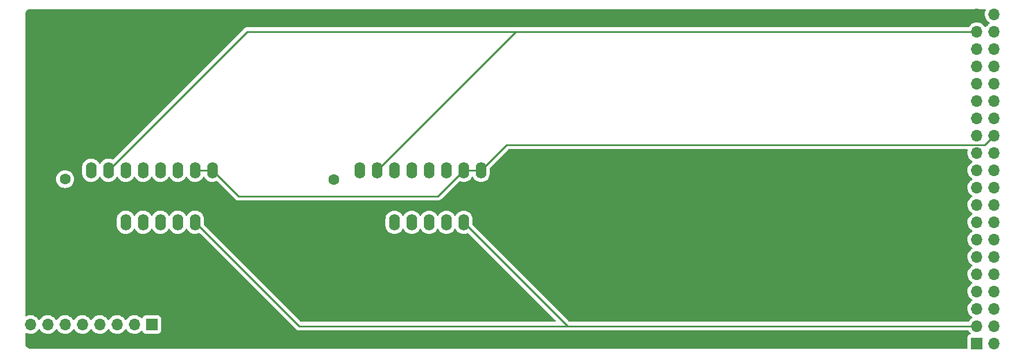
<source format=gbr>
%TF.GenerationSoftware,KiCad,Pcbnew,(6.0.1)*%
%TF.CreationDate,2022-03-28T18:22:40+02:00*%
%TF.ProjectId,InstructionRegister,496e7374-7275-4637-9469-6f6e52656769,rev?*%
%TF.SameCoordinates,Original*%
%TF.FileFunction,Copper,L2,Bot*%
%TF.FilePolarity,Positive*%
%FSLAX46Y46*%
G04 Gerber Fmt 4.6, Leading zero omitted, Abs format (unit mm)*
G04 Created by KiCad (PCBNEW (6.0.1)) date 2022-03-28 18:22:40*
%MOMM*%
%LPD*%
G01*
G04 APERTURE LIST*
%TA.AperFunction,ComponentPad*%
%ADD10C,1.600000*%
%TD*%
%TA.AperFunction,ComponentPad*%
%ADD11R,1.600000X2.400000*%
%TD*%
%TA.AperFunction,ComponentPad*%
%ADD12O,1.600000X2.400000*%
%TD*%
%TA.AperFunction,ComponentPad*%
%ADD13R,1.700000X1.700000*%
%TD*%
%TA.AperFunction,ComponentPad*%
%ADD14O,1.700000X1.700000*%
%TD*%
%TA.AperFunction,Conductor*%
%ADD15C,0.250000*%
%TD*%
G04 APERTURE END LIST*
D10*
%TO.P,C2,1*%
%TO.N,/VCC*%
X31750000Y-50840000D03*
%TO.P,C2,2*%
%TO.N,/GND*%
X31750000Y-55840000D03*
%TD*%
%TO.P,C1,1*%
%TO.N,/VCC*%
X71120000Y-50880000D03*
%TO.P,C1,2*%
%TO.N,/GND*%
X71120000Y-55880000D03*
%TD*%
D11*
%TO.P,U1,1,Oe1*%
%TO.N,/GND*%
X74945000Y-57165000D03*
D12*
%TO.P,U1,2,Oe2*%
X77485000Y-57165000D03*
%TO.P,U1,3,Q0*%
%TO.N,/IR_3*%
X80025000Y-57165000D03*
%TO.P,U1,4,Q1*%
%TO.N,/IR_2*%
X82565000Y-57165000D03*
%TO.P,U1,5,Q2*%
%TO.N,/IR_1*%
X85105000Y-57165000D03*
%TO.P,U1,6,Q3*%
%TO.N,/IR_0*%
X87645000Y-57165000D03*
%TO.P,U1,7,Cp*%
%TO.N,/CLK*%
X90185000Y-57165000D03*
%TO.P,U1,8,GND*%
%TO.N,/GND*%
X92725000Y-57165000D03*
%TO.P,U1,9,E1*%
%TO.N,/~{IRIN}*%
X92725000Y-49545000D03*
%TO.P,U1,10,E2*%
X90185000Y-49545000D03*
%TO.P,U1,11,D3*%
%TO.N,/BUS_0*%
X87645000Y-49545000D03*
%TO.P,U1,12,D2*%
%TO.N,/BUS_1*%
X85105000Y-49545000D03*
%TO.P,U1,13,D1*%
%TO.N,/BUS_2*%
X82565000Y-49545000D03*
%TO.P,U1,14,D0*%
%TO.N,/BUS_3*%
X80025000Y-49545000D03*
%TO.P,U1,15,Mr*%
%TO.N,/CLR*%
X77485000Y-49545000D03*
%TO.P,U1,16,VCC*%
%TO.N,/VCC*%
X74945000Y-49545000D03*
%TD*%
D13*
%TO.P,J2,1,Pin_1*%
%TO.N,/IR_0*%
X44450000Y-72160000D03*
D14*
%TO.P,J2,2,Pin_2*%
%TO.N,/IR_1*%
X41910000Y-72160000D03*
%TO.P,J2,3,Pin_3*%
%TO.N,/IR_2*%
X39370000Y-72160000D03*
%TO.P,J2,4,Pin_4*%
%TO.N,/IR_3*%
X36830000Y-72160000D03*
%TO.P,J2,5,Pin_5*%
%TO.N,/IR_4*%
X34290000Y-72160000D03*
%TO.P,J2,6,Pin_6*%
%TO.N,/IR_5*%
X31750000Y-72160000D03*
%TO.P,J2,7,Pin_7*%
%TO.N,/IR_6*%
X29210000Y-72160000D03*
%TO.P,J2,8,Pin_8*%
%TO.N,/IR_7*%
X26670000Y-72160000D03*
%TD*%
D13*
%TO.P,J1,1,Pin_1*%
%TO.N,/VCC*%
X165400000Y-74930000D03*
D14*
%TO.P,J1,2,Pin_2*%
%TO.N,/BUS_0*%
X167940000Y-74930000D03*
%TO.P,J1,3,Pin_3*%
%TO.N,/CLK*%
X165400000Y-72390000D03*
%TO.P,J1,4,Pin_4*%
%TO.N,/BUS_1*%
X167940000Y-72390000D03*
%TO.P,J1,5,Pin_5*%
%TO.N,unconnected-(J1-Pad5)*%
X165400000Y-69850000D03*
%TO.P,J1,6,Pin_6*%
%TO.N,/BUS_2*%
X167940000Y-69850000D03*
%TO.P,J1,7,Pin_7*%
%TO.N,unconnected-(J1-Pad7)*%
X165400000Y-67310000D03*
%TO.P,J1,8,Pin_8*%
%TO.N,/BUS_3*%
X167940000Y-67310000D03*
%TO.P,J1,9,Pin_9*%
%TO.N,unconnected-(J1-Pad9)*%
X165400000Y-64770000D03*
%TO.P,J1,10,Pin_10*%
%TO.N,/BUS_4*%
X167940000Y-64770000D03*
%TO.P,J1,11,Pin_11*%
%TO.N,unconnected-(J1-Pad11)*%
X165400000Y-62230000D03*
%TO.P,J1,12,Pin_12*%
%TO.N,/BUS_5*%
X167940000Y-62230000D03*
%TO.P,J1,13,Pin_13*%
%TO.N,unconnected-(J1-Pad13)*%
X165400000Y-59690000D03*
%TO.P,J1,14,Pin_14*%
%TO.N,/BUS_6*%
X167940000Y-59690000D03*
%TO.P,J1,15,Pin_15*%
%TO.N,unconnected-(J1-Pad15)*%
X165400000Y-57150000D03*
%TO.P,J1,16,Pin_16*%
%TO.N,/BUS_7*%
X167940000Y-57150000D03*
%TO.P,J1,17,Pin_17*%
%TO.N,unconnected-(J1-Pad17)*%
X165400000Y-54610000D03*
%TO.P,J1,18,Pin_18*%
%TO.N,unconnected-(J1-Pad18)*%
X167940000Y-54610000D03*
%TO.P,J1,19,Pin_19*%
%TO.N,unconnected-(J1-Pad19)*%
X165400000Y-52070000D03*
%TO.P,J1,20,Pin_20*%
%TO.N,unconnected-(J1-Pad20)*%
X167940000Y-52070000D03*
%TO.P,J1,21,Pin_21*%
%TO.N,unconnected-(J1-Pad21)*%
X165400000Y-49530000D03*
%TO.P,J1,22,Pin_22*%
%TO.N,unconnected-(J1-Pad22)*%
X167940000Y-49530000D03*
%TO.P,J1,23,Pin_23*%
%TO.N,unconnected-(J1-Pad23)*%
X165400000Y-46990000D03*
%TO.P,J1,24,Pin_24*%
%TO.N,unconnected-(J1-Pad24)*%
X167940000Y-46990000D03*
%TO.P,J1,25,Pin_25*%
%TO.N,unconnected-(J1-Pad25)*%
X165400000Y-44450000D03*
%TO.P,J1,26,Pin_26*%
%TO.N,/~{IRIN}*%
X167940000Y-44450000D03*
%TO.P,J1,27,Pin_27*%
%TO.N,unconnected-(J1-Pad27)*%
X165400000Y-41910000D03*
%TO.P,J1,28,Pin_28*%
%TO.N,unconnected-(J1-Pad28)*%
X167940000Y-41910000D03*
%TO.P,J1,29,Pin_29*%
%TO.N,unconnected-(J1-Pad29)*%
X165400000Y-39370000D03*
%TO.P,J1,30,Pin_30*%
%TO.N,unconnected-(J1-Pad30)*%
X167940000Y-39370000D03*
%TO.P,J1,31,Pin_31*%
%TO.N,unconnected-(J1-Pad31)*%
X165400000Y-36830000D03*
%TO.P,J1,32,Pin_32*%
%TO.N,unconnected-(J1-Pad32)*%
X167940000Y-36830000D03*
%TO.P,J1,33,Pin_33*%
%TO.N,unconnected-(J1-Pad33)*%
X165400000Y-34290000D03*
%TO.P,J1,34,Pin_34*%
%TO.N,unconnected-(J1-Pad34)*%
X167940000Y-34290000D03*
%TO.P,J1,35,Pin_35*%
%TO.N,unconnected-(J1-Pad35)*%
X165400000Y-31750000D03*
%TO.P,J1,36,Pin_36*%
%TO.N,unconnected-(J1-Pad36)*%
X167940000Y-31750000D03*
%TO.P,J1,37,Pin_37*%
%TO.N,/CLR*%
X165400000Y-29210000D03*
%TO.P,J1,38,Pin_38*%
%TO.N,unconnected-(J1-Pad38)*%
X167940000Y-29210000D03*
%TO.P,J1,39,Pin_39*%
%TO.N,/GND*%
X165400000Y-26670000D03*
%TO.P,J1,40,Pin_40*%
%TO.N,unconnected-(J1-Pad40)*%
X167940000Y-26670000D03*
%TD*%
D11*
%TO.P,U2,1,Oe1*%
%TO.N,/GND*%
X35560000Y-57150000D03*
D12*
%TO.P,U2,2,Oe2*%
X38100000Y-57150000D03*
%TO.P,U2,3,Q0*%
%TO.N,/IR_7*%
X40640000Y-57150000D03*
%TO.P,U2,4,Q1*%
%TO.N,/IR_6*%
X43180000Y-57150000D03*
%TO.P,U2,5,Q2*%
%TO.N,/IR_5*%
X45720000Y-57150000D03*
%TO.P,U2,6,Q3*%
%TO.N,/IR_4*%
X48260000Y-57150000D03*
%TO.P,U2,7,Cp*%
%TO.N,/CLK*%
X50800000Y-57150000D03*
%TO.P,U2,8,GND*%
%TO.N,/GND*%
X53340000Y-57150000D03*
%TO.P,U2,9,E1*%
%TO.N,/~{IRIN}*%
X53340000Y-49530000D03*
%TO.P,U2,10,E2*%
X50800000Y-49530000D03*
%TO.P,U2,11,D3*%
%TO.N,/BUS_4*%
X48260000Y-49530000D03*
%TO.P,U2,12,D2*%
%TO.N,/BUS_5*%
X45720000Y-49530000D03*
%TO.P,U2,13,D1*%
%TO.N,/BUS_6*%
X43180000Y-49530000D03*
%TO.P,U2,14,D0*%
%TO.N,/BUS_7*%
X40640000Y-49530000D03*
%TO.P,U2,15,Mr*%
%TO.N,/CLR*%
X38100000Y-49530000D03*
%TO.P,U2,16,VCC*%
%TO.N,/VCC*%
X35560000Y-49530000D03*
%TD*%
D15*
%TO.N,/CLK*%
X105410000Y-72390000D02*
X90185000Y-57165000D01*
X105410000Y-72390000D02*
X66040000Y-72390000D01*
X66040000Y-72390000D02*
X50800000Y-57150000D01*
X165400000Y-72390000D02*
X105410000Y-72390000D01*
%TO.N,/~{IRIN}*%
X96454511Y-45815489D02*
X92725000Y-49545000D01*
X92725000Y-49545000D02*
X90185000Y-49545000D01*
X166574511Y-45815489D02*
X96454511Y-45815489D01*
X57150000Y-53340000D02*
X53340000Y-49530000D01*
X167940000Y-44450000D02*
X166574511Y-45815489D01*
X53340000Y-49530000D02*
X50800000Y-49530000D01*
X86390000Y-53340000D02*
X57150000Y-53340000D01*
X90185000Y-49545000D02*
X86390000Y-53340000D01*
%TO.N,/CLR*%
X58420000Y-29210000D02*
X38100000Y-49530000D01*
X165400000Y-29210000D02*
X97820000Y-29210000D01*
X97820000Y-29210000D02*
X77485000Y-49545000D01*
X97820000Y-29210000D02*
X58420000Y-29210000D01*
%TD*%
%TA.AperFunction,Conductor*%
%TO.N,/GND*%
G36*
X166666628Y-25928002D02*
G01*
X166713121Y-25981658D01*
X166723225Y-26051932D01*
X166712795Y-26087049D01*
X166660688Y-26199305D01*
X166600989Y-26414570D01*
X166577251Y-26636695D01*
X166577548Y-26641848D01*
X166577548Y-26641851D01*
X166583011Y-26736590D01*
X166590110Y-26859715D01*
X166591247Y-26864761D01*
X166591248Y-26864767D01*
X166611119Y-26952939D01*
X166639222Y-27077639D01*
X166723266Y-27284616D01*
X166839987Y-27475088D01*
X166986250Y-27643938D01*
X167158126Y-27786632D01*
X167228595Y-27827811D01*
X167231445Y-27829476D01*
X167280169Y-27881114D01*
X167293240Y-27950897D01*
X167266509Y-28016669D01*
X167226055Y-28050027D01*
X167213607Y-28056507D01*
X167209474Y-28059610D01*
X167209471Y-28059612D01*
X167185247Y-28077800D01*
X167034965Y-28190635D01*
X166880629Y-28352138D01*
X166773201Y-28509621D01*
X166718293Y-28554621D01*
X166647768Y-28562792D01*
X166584021Y-28531538D01*
X166563324Y-28507054D01*
X166482822Y-28382617D01*
X166482820Y-28382614D01*
X166480014Y-28378277D01*
X166329670Y-28213051D01*
X166325619Y-28209852D01*
X166325615Y-28209848D01*
X166158414Y-28077800D01*
X166158410Y-28077798D01*
X166154359Y-28074598D01*
X165958789Y-27966638D01*
X165953920Y-27964914D01*
X165953916Y-27964912D01*
X165753087Y-27893795D01*
X165753083Y-27893794D01*
X165748212Y-27892069D01*
X165743119Y-27891162D01*
X165743116Y-27891161D01*
X165533373Y-27853800D01*
X165533367Y-27853799D01*
X165528284Y-27852894D01*
X165454452Y-27851992D01*
X165310081Y-27850228D01*
X165310079Y-27850228D01*
X165304911Y-27850165D01*
X165084091Y-27883955D01*
X164871756Y-27953357D01*
X164673607Y-28056507D01*
X164669474Y-28059610D01*
X164669471Y-28059612D01*
X164645247Y-28077800D01*
X164494965Y-28190635D01*
X164340629Y-28352138D01*
X164337720Y-28356403D01*
X164337714Y-28356411D01*
X164225095Y-28521504D01*
X164170184Y-28566507D01*
X164121007Y-28576500D01*
X97898767Y-28576500D01*
X97887584Y-28575973D01*
X97880091Y-28574298D01*
X97872165Y-28574547D01*
X97872164Y-28574547D01*
X97812001Y-28576438D01*
X97808043Y-28576500D01*
X58498768Y-28576500D01*
X58487585Y-28575973D01*
X58480092Y-28574298D01*
X58472166Y-28574547D01*
X58472165Y-28574547D01*
X58412002Y-28576438D01*
X58408044Y-28576500D01*
X58380144Y-28576500D01*
X58376154Y-28577004D01*
X58364320Y-28577936D01*
X58320111Y-28579326D01*
X58312495Y-28581539D01*
X58312493Y-28581539D01*
X58300652Y-28584979D01*
X58281293Y-28588988D01*
X58279983Y-28589154D01*
X58261203Y-28591526D01*
X58253837Y-28594442D01*
X58253831Y-28594444D01*
X58220098Y-28607800D01*
X58208868Y-28611645D01*
X58174017Y-28621770D01*
X58166407Y-28623981D01*
X58159584Y-28628016D01*
X58148966Y-28634295D01*
X58131213Y-28642992D01*
X58123568Y-28646019D01*
X58112383Y-28650448D01*
X58105968Y-28655109D01*
X58076612Y-28676437D01*
X58066695Y-28682951D01*
X58028638Y-28705458D01*
X58014317Y-28719779D01*
X57999284Y-28732619D01*
X57982893Y-28744528D01*
X57977842Y-28750634D01*
X57954702Y-28778605D01*
X57946712Y-28787384D01*
X38808815Y-47925280D01*
X38746503Y-47959306D01*
X38675688Y-47954241D01*
X38666483Y-47950386D01*
X38549243Y-47895716D01*
X38543935Y-47894294D01*
X38543933Y-47894293D01*
X38333402Y-47837881D01*
X38333400Y-47837881D01*
X38328087Y-47836457D01*
X38100000Y-47816502D01*
X37871913Y-47836457D01*
X37866600Y-47837881D01*
X37866598Y-47837881D01*
X37656067Y-47894293D01*
X37656065Y-47894294D01*
X37650757Y-47895716D01*
X37645776Y-47898039D01*
X37645775Y-47898039D01*
X37448238Y-47990151D01*
X37448233Y-47990154D01*
X37443251Y-47992477D01*
X37393192Y-48027529D01*
X37260211Y-48120643D01*
X37260208Y-48120645D01*
X37255700Y-48123802D01*
X37093802Y-48285700D01*
X37090645Y-48290208D01*
X37090643Y-48290211D01*
X37083299Y-48300700D01*
X36962477Y-48473251D01*
X36960154Y-48478233D01*
X36960151Y-48478238D01*
X36944195Y-48512457D01*
X36897278Y-48565742D01*
X36829001Y-48585203D01*
X36761041Y-48564661D01*
X36715805Y-48512457D01*
X36699849Y-48478238D01*
X36699846Y-48478233D01*
X36697523Y-48473251D01*
X36576701Y-48300700D01*
X36569357Y-48290211D01*
X36569355Y-48290208D01*
X36566198Y-48285700D01*
X36404300Y-48123802D01*
X36399792Y-48120645D01*
X36399789Y-48120643D01*
X36266808Y-48027529D01*
X36216749Y-47992477D01*
X36211767Y-47990154D01*
X36211762Y-47990151D01*
X36014225Y-47898039D01*
X36014224Y-47898039D01*
X36009243Y-47895716D01*
X36003935Y-47894294D01*
X36003933Y-47894293D01*
X35793402Y-47837881D01*
X35793400Y-47837881D01*
X35788087Y-47836457D01*
X35560000Y-47816502D01*
X35331913Y-47836457D01*
X35326600Y-47837881D01*
X35326598Y-47837881D01*
X35116067Y-47894293D01*
X35116065Y-47894294D01*
X35110757Y-47895716D01*
X35105776Y-47898039D01*
X35105775Y-47898039D01*
X34908238Y-47990151D01*
X34908233Y-47990154D01*
X34903251Y-47992477D01*
X34853192Y-48027529D01*
X34720211Y-48120643D01*
X34720208Y-48120645D01*
X34715700Y-48123802D01*
X34553802Y-48285700D01*
X34550645Y-48290208D01*
X34550643Y-48290211D01*
X34543299Y-48300700D01*
X34422477Y-48473251D01*
X34420154Y-48478233D01*
X34420151Y-48478238D01*
X34331478Y-48668401D01*
X34325716Y-48680757D01*
X34324294Y-48686065D01*
X34324293Y-48686067D01*
X34279955Y-48851538D01*
X34266457Y-48901913D01*
X34251500Y-49072873D01*
X34251500Y-49987127D01*
X34251738Y-49989844D01*
X34251738Y-49989851D01*
X34255815Y-50036453D01*
X34266457Y-50158087D01*
X34267881Y-50163400D01*
X34267881Y-50163402D01*
X34313885Y-50335088D01*
X34325716Y-50379243D01*
X34328039Y-50384224D01*
X34328039Y-50384225D01*
X34420151Y-50581762D01*
X34420154Y-50581767D01*
X34422477Y-50586749D01*
X34471943Y-50657393D01*
X34501013Y-50698909D01*
X34553802Y-50774300D01*
X34715700Y-50936198D01*
X34720208Y-50939355D01*
X34720211Y-50939357D01*
X34798389Y-50994098D01*
X34903251Y-51067523D01*
X34908233Y-51069846D01*
X34908238Y-51069849D01*
X35032814Y-51127939D01*
X35110757Y-51164284D01*
X35116065Y-51165706D01*
X35116067Y-51165707D01*
X35326598Y-51222119D01*
X35326600Y-51222119D01*
X35331913Y-51223543D01*
X35560000Y-51243498D01*
X35788087Y-51223543D01*
X35793400Y-51222119D01*
X35793402Y-51222119D01*
X36003933Y-51165707D01*
X36003935Y-51165706D01*
X36009243Y-51164284D01*
X36087186Y-51127939D01*
X36211762Y-51069849D01*
X36211767Y-51069846D01*
X36216749Y-51067523D01*
X36321611Y-50994098D01*
X36399789Y-50939357D01*
X36399792Y-50939355D01*
X36404300Y-50936198D01*
X36566198Y-50774300D01*
X36618988Y-50698909D01*
X36648057Y-50657393D01*
X36697523Y-50586749D01*
X36699846Y-50581767D01*
X36699849Y-50581762D01*
X36715805Y-50547543D01*
X36762722Y-50494258D01*
X36830999Y-50474797D01*
X36898959Y-50495339D01*
X36944195Y-50547543D01*
X36960151Y-50581762D01*
X36960154Y-50581767D01*
X36962477Y-50586749D01*
X37011943Y-50657393D01*
X37041013Y-50698909D01*
X37093802Y-50774300D01*
X37255700Y-50936198D01*
X37260208Y-50939355D01*
X37260211Y-50939357D01*
X37338389Y-50994098D01*
X37443251Y-51067523D01*
X37448233Y-51069846D01*
X37448238Y-51069849D01*
X37572814Y-51127939D01*
X37650757Y-51164284D01*
X37656065Y-51165706D01*
X37656067Y-51165707D01*
X37866598Y-51222119D01*
X37866600Y-51222119D01*
X37871913Y-51223543D01*
X38100000Y-51243498D01*
X38328087Y-51223543D01*
X38333400Y-51222119D01*
X38333402Y-51222119D01*
X38543933Y-51165707D01*
X38543935Y-51165706D01*
X38549243Y-51164284D01*
X38627186Y-51127939D01*
X38751762Y-51069849D01*
X38751767Y-51069846D01*
X38756749Y-51067523D01*
X38861611Y-50994098D01*
X38939789Y-50939357D01*
X38939792Y-50939355D01*
X38944300Y-50936198D01*
X39106198Y-50774300D01*
X39158988Y-50698909D01*
X39188057Y-50657393D01*
X39237523Y-50586749D01*
X39239846Y-50581767D01*
X39239849Y-50581762D01*
X39255805Y-50547543D01*
X39302722Y-50494258D01*
X39370999Y-50474797D01*
X39438959Y-50495339D01*
X39484195Y-50547543D01*
X39500151Y-50581762D01*
X39500154Y-50581767D01*
X39502477Y-50586749D01*
X39551943Y-50657393D01*
X39581013Y-50698909D01*
X39633802Y-50774300D01*
X39795700Y-50936198D01*
X39800208Y-50939355D01*
X39800211Y-50939357D01*
X39878389Y-50994098D01*
X39983251Y-51067523D01*
X39988233Y-51069846D01*
X39988238Y-51069849D01*
X40112814Y-51127939D01*
X40190757Y-51164284D01*
X40196065Y-51165706D01*
X40196067Y-51165707D01*
X40406598Y-51222119D01*
X40406600Y-51222119D01*
X40411913Y-51223543D01*
X40640000Y-51243498D01*
X40868087Y-51223543D01*
X40873400Y-51222119D01*
X40873402Y-51222119D01*
X41083933Y-51165707D01*
X41083935Y-51165706D01*
X41089243Y-51164284D01*
X41167186Y-51127939D01*
X41291762Y-51069849D01*
X41291767Y-51069846D01*
X41296749Y-51067523D01*
X41401611Y-50994098D01*
X41479789Y-50939357D01*
X41479792Y-50939355D01*
X41484300Y-50936198D01*
X41646198Y-50774300D01*
X41698988Y-50698909D01*
X41728057Y-50657393D01*
X41777523Y-50586749D01*
X41779846Y-50581767D01*
X41779849Y-50581762D01*
X41795805Y-50547543D01*
X41842722Y-50494258D01*
X41910999Y-50474797D01*
X41978959Y-50495339D01*
X42024195Y-50547543D01*
X42040151Y-50581762D01*
X42040154Y-50581767D01*
X42042477Y-50586749D01*
X42091943Y-50657393D01*
X42121013Y-50698909D01*
X42173802Y-50774300D01*
X42335700Y-50936198D01*
X42340208Y-50939355D01*
X42340211Y-50939357D01*
X42418389Y-50994098D01*
X42523251Y-51067523D01*
X42528233Y-51069846D01*
X42528238Y-51069849D01*
X42652814Y-51127939D01*
X42730757Y-51164284D01*
X42736065Y-51165706D01*
X42736067Y-51165707D01*
X42946598Y-51222119D01*
X42946600Y-51222119D01*
X42951913Y-51223543D01*
X43180000Y-51243498D01*
X43408087Y-51223543D01*
X43413400Y-51222119D01*
X43413402Y-51222119D01*
X43623933Y-51165707D01*
X43623935Y-51165706D01*
X43629243Y-51164284D01*
X43707186Y-51127939D01*
X43831762Y-51069849D01*
X43831767Y-51069846D01*
X43836749Y-51067523D01*
X43941611Y-50994098D01*
X44019789Y-50939357D01*
X44019792Y-50939355D01*
X44024300Y-50936198D01*
X44186198Y-50774300D01*
X44238988Y-50698909D01*
X44268057Y-50657393D01*
X44317523Y-50586749D01*
X44319846Y-50581767D01*
X44319849Y-50581762D01*
X44335805Y-50547543D01*
X44382722Y-50494258D01*
X44450999Y-50474797D01*
X44518959Y-50495339D01*
X44564195Y-50547543D01*
X44580151Y-50581762D01*
X44580154Y-50581767D01*
X44582477Y-50586749D01*
X44631943Y-50657393D01*
X44661013Y-50698909D01*
X44713802Y-50774300D01*
X44875700Y-50936198D01*
X44880208Y-50939355D01*
X44880211Y-50939357D01*
X44958389Y-50994098D01*
X45063251Y-51067523D01*
X45068233Y-51069846D01*
X45068238Y-51069849D01*
X45192814Y-51127939D01*
X45270757Y-51164284D01*
X45276065Y-51165706D01*
X45276067Y-51165707D01*
X45486598Y-51222119D01*
X45486600Y-51222119D01*
X45491913Y-51223543D01*
X45720000Y-51243498D01*
X45948087Y-51223543D01*
X45953400Y-51222119D01*
X45953402Y-51222119D01*
X46163933Y-51165707D01*
X46163935Y-51165706D01*
X46169243Y-51164284D01*
X46247186Y-51127939D01*
X46371762Y-51069849D01*
X46371767Y-51069846D01*
X46376749Y-51067523D01*
X46481611Y-50994098D01*
X46559789Y-50939357D01*
X46559792Y-50939355D01*
X46564300Y-50936198D01*
X46726198Y-50774300D01*
X46778988Y-50698909D01*
X46808057Y-50657393D01*
X46857523Y-50586749D01*
X46859846Y-50581767D01*
X46859849Y-50581762D01*
X46875805Y-50547543D01*
X46922722Y-50494258D01*
X46990999Y-50474797D01*
X47058959Y-50495339D01*
X47104195Y-50547543D01*
X47120151Y-50581762D01*
X47120154Y-50581767D01*
X47122477Y-50586749D01*
X47171943Y-50657393D01*
X47201013Y-50698909D01*
X47253802Y-50774300D01*
X47415700Y-50936198D01*
X47420208Y-50939355D01*
X47420211Y-50939357D01*
X47498389Y-50994098D01*
X47603251Y-51067523D01*
X47608233Y-51069846D01*
X47608238Y-51069849D01*
X47732814Y-51127939D01*
X47810757Y-51164284D01*
X47816065Y-51165706D01*
X47816067Y-51165707D01*
X48026598Y-51222119D01*
X48026600Y-51222119D01*
X48031913Y-51223543D01*
X48260000Y-51243498D01*
X48488087Y-51223543D01*
X48493400Y-51222119D01*
X48493402Y-51222119D01*
X48703933Y-51165707D01*
X48703935Y-51165706D01*
X48709243Y-51164284D01*
X48787186Y-51127939D01*
X48911762Y-51069849D01*
X48911767Y-51069846D01*
X48916749Y-51067523D01*
X49021611Y-50994098D01*
X49099789Y-50939357D01*
X49099792Y-50939355D01*
X49104300Y-50936198D01*
X49266198Y-50774300D01*
X49318988Y-50698909D01*
X49348057Y-50657393D01*
X49397523Y-50586749D01*
X49399846Y-50581767D01*
X49399849Y-50581762D01*
X49415805Y-50547543D01*
X49462722Y-50494258D01*
X49530999Y-50474797D01*
X49598959Y-50495339D01*
X49644195Y-50547543D01*
X49660151Y-50581762D01*
X49660154Y-50581767D01*
X49662477Y-50586749D01*
X49711943Y-50657393D01*
X49741013Y-50698909D01*
X49793802Y-50774300D01*
X49955700Y-50936198D01*
X49960208Y-50939355D01*
X49960211Y-50939357D01*
X50038389Y-50994098D01*
X50143251Y-51067523D01*
X50148233Y-51069846D01*
X50148238Y-51069849D01*
X50272814Y-51127939D01*
X50350757Y-51164284D01*
X50356065Y-51165706D01*
X50356067Y-51165707D01*
X50566598Y-51222119D01*
X50566600Y-51222119D01*
X50571913Y-51223543D01*
X50800000Y-51243498D01*
X51028087Y-51223543D01*
X51033400Y-51222119D01*
X51033402Y-51222119D01*
X51243933Y-51165707D01*
X51243935Y-51165706D01*
X51249243Y-51164284D01*
X51327186Y-51127939D01*
X51451762Y-51069849D01*
X51451767Y-51069846D01*
X51456749Y-51067523D01*
X51561611Y-50994098D01*
X51639789Y-50939357D01*
X51639792Y-50939355D01*
X51644300Y-50936198D01*
X51806198Y-50774300D01*
X51858988Y-50698909D01*
X51888057Y-50657393D01*
X51937523Y-50586749D01*
X51939846Y-50581767D01*
X51939849Y-50581762D01*
X51955805Y-50547543D01*
X52002722Y-50494258D01*
X52070999Y-50474797D01*
X52138959Y-50495339D01*
X52184195Y-50547543D01*
X52200151Y-50581762D01*
X52200154Y-50581767D01*
X52202477Y-50586749D01*
X52251943Y-50657393D01*
X52281013Y-50698909D01*
X52333802Y-50774300D01*
X52495700Y-50936198D01*
X52500208Y-50939355D01*
X52500211Y-50939357D01*
X52578389Y-50994098D01*
X52683251Y-51067523D01*
X52688233Y-51069846D01*
X52688238Y-51069849D01*
X52812814Y-51127939D01*
X52890757Y-51164284D01*
X52896065Y-51165706D01*
X52896067Y-51165707D01*
X53106598Y-51222119D01*
X53106600Y-51222119D01*
X53111913Y-51223543D01*
X53340000Y-51243498D01*
X53568087Y-51223543D01*
X53573400Y-51222119D01*
X53573402Y-51222119D01*
X53678665Y-51193914D01*
X53789243Y-51164284D01*
X53794228Y-51161959D01*
X53794232Y-51161958D01*
X53906472Y-51109620D01*
X53976663Y-51098959D01*
X54041476Y-51127939D01*
X54048816Y-51134720D01*
X56646343Y-53732247D01*
X56653887Y-53740537D01*
X56658000Y-53747018D01*
X56663777Y-53752443D01*
X56707667Y-53793658D01*
X56710509Y-53796413D01*
X56730231Y-53816135D01*
X56733355Y-53818558D01*
X56733359Y-53818562D01*
X56733424Y-53818612D01*
X56742445Y-53826317D01*
X56774679Y-53856586D01*
X56781627Y-53860405D01*
X56781629Y-53860407D01*
X56792432Y-53866346D01*
X56808959Y-53877202D01*
X56818698Y-53884757D01*
X56818700Y-53884758D01*
X56824960Y-53889614D01*
X56865540Y-53907174D01*
X56876188Y-53912391D01*
X56900976Y-53926018D01*
X56914940Y-53933695D01*
X56922616Y-53935666D01*
X56922619Y-53935667D01*
X56934562Y-53938733D01*
X56953267Y-53945137D01*
X56971855Y-53953181D01*
X56979678Y-53954420D01*
X56979688Y-53954423D01*
X57015524Y-53960099D01*
X57027144Y-53962505D01*
X57058959Y-53970673D01*
X57069970Y-53973500D01*
X57090224Y-53973500D01*
X57109934Y-53975051D01*
X57129943Y-53978220D01*
X57137835Y-53977474D01*
X57156580Y-53975702D01*
X57173962Y-53974059D01*
X57185819Y-53973500D01*
X86311233Y-53973500D01*
X86322416Y-53974027D01*
X86329909Y-53975702D01*
X86337835Y-53975453D01*
X86337836Y-53975453D01*
X86397986Y-53973562D01*
X86401945Y-53973500D01*
X86429856Y-53973500D01*
X86433791Y-53973003D01*
X86433856Y-53972995D01*
X86445693Y-53972062D01*
X86477951Y-53971048D01*
X86481970Y-53970922D01*
X86489889Y-53970673D01*
X86509343Y-53965021D01*
X86528700Y-53961013D01*
X86540930Y-53959468D01*
X86540931Y-53959468D01*
X86548797Y-53958474D01*
X86556168Y-53955555D01*
X86556170Y-53955555D01*
X86589912Y-53942196D01*
X86601142Y-53938351D01*
X86635983Y-53928229D01*
X86635984Y-53928229D01*
X86643593Y-53926018D01*
X86650412Y-53921985D01*
X86650417Y-53921983D01*
X86661028Y-53915707D01*
X86678776Y-53907012D01*
X86697617Y-53899552D01*
X86733387Y-53873564D01*
X86743307Y-53867048D01*
X86774535Y-53848580D01*
X86774538Y-53848578D01*
X86781362Y-53844542D01*
X86795683Y-53830221D01*
X86810717Y-53817380D01*
X86812431Y-53816135D01*
X86827107Y-53805472D01*
X86855298Y-53771395D01*
X86863288Y-53762616D01*
X89476184Y-51149720D01*
X89538496Y-51115694D01*
X89609311Y-51120759D01*
X89618528Y-51124620D01*
X89730768Y-51176958D01*
X89730772Y-51176959D01*
X89735757Y-51179284D01*
X89741079Y-51180710D01*
X89951598Y-51237119D01*
X89951600Y-51237119D01*
X89956913Y-51238543D01*
X90185000Y-51258498D01*
X90413087Y-51238543D01*
X90418400Y-51237119D01*
X90418402Y-51237119D01*
X90628933Y-51180707D01*
X90628935Y-51180706D01*
X90634243Y-51179284D01*
X90663357Y-51165708D01*
X90836762Y-51084849D01*
X90836767Y-51084846D01*
X90841749Y-51082523D01*
X90946611Y-51009098D01*
X91024789Y-50954357D01*
X91024792Y-50954355D01*
X91029300Y-50951198D01*
X91191198Y-50789300D01*
X91198973Y-50778197D01*
X91261096Y-50689476D01*
X91322523Y-50601749D01*
X91324846Y-50596767D01*
X91324849Y-50596762D01*
X91340805Y-50562543D01*
X91387722Y-50509258D01*
X91455999Y-50489797D01*
X91523959Y-50510339D01*
X91569195Y-50562543D01*
X91585151Y-50596762D01*
X91585154Y-50596767D01*
X91587477Y-50601749D01*
X91648904Y-50689476D01*
X91711028Y-50778197D01*
X91718802Y-50789300D01*
X91880700Y-50951198D01*
X91885208Y-50954355D01*
X91885211Y-50954357D01*
X91963389Y-51009098D01*
X92068251Y-51082523D01*
X92073233Y-51084846D01*
X92073238Y-51084849D01*
X92246643Y-51165708D01*
X92275757Y-51179284D01*
X92281065Y-51180706D01*
X92281067Y-51180707D01*
X92491598Y-51237119D01*
X92491600Y-51237119D01*
X92496913Y-51238543D01*
X92725000Y-51258498D01*
X92953087Y-51238543D01*
X92958400Y-51237119D01*
X92958402Y-51237119D01*
X93168933Y-51180707D01*
X93168935Y-51180706D01*
X93174243Y-51179284D01*
X93203357Y-51165708D01*
X93376762Y-51084849D01*
X93376767Y-51084846D01*
X93381749Y-51082523D01*
X93486611Y-51009098D01*
X93564789Y-50954357D01*
X93564792Y-50954355D01*
X93569300Y-50951198D01*
X93731198Y-50789300D01*
X93738973Y-50778197D01*
X93801096Y-50689476D01*
X93862523Y-50601749D01*
X93864846Y-50596767D01*
X93864849Y-50596762D01*
X93956961Y-50399225D01*
X93956961Y-50399224D01*
X93959284Y-50394243D01*
X93961969Y-50384225D01*
X94017119Y-50178402D01*
X94017119Y-50178400D01*
X94018543Y-50173087D01*
X94030904Y-50031803D01*
X94033262Y-50004851D01*
X94033262Y-50004844D01*
X94033500Y-50002127D01*
X94033500Y-49184594D01*
X94053502Y-49116473D01*
X94070405Y-49095499D01*
X96680011Y-46485894D01*
X96742323Y-46451868D01*
X96769106Y-46448989D01*
X163974490Y-46448989D01*
X164042611Y-46468991D01*
X164089104Y-46522647D01*
X164099208Y-46592921D01*
X164095907Y-46608661D01*
X164060989Y-46734570D01*
X164037251Y-46956695D01*
X164037548Y-46961848D01*
X164037548Y-46961851D01*
X164043011Y-47056590D01*
X164050110Y-47179715D01*
X164051247Y-47184761D01*
X164051248Y-47184767D01*
X164071119Y-47272939D01*
X164099222Y-47397639D01*
X164183266Y-47604616D01*
X164231841Y-47683883D01*
X164297291Y-47790688D01*
X164299987Y-47795088D01*
X164446250Y-47963938D01*
X164618126Y-48106632D01*
X164642103Y-48120643D01*
X164691445Y-48149476D01*
X164740169Y-48201114D01*
X164753240Y-48270897D01*
X164726509Y-48336669D01*
X164686055Y-48370027D01*
X164673607Y-48376507D01*
X164669474Y-48379610D01*
X164669471Y-48379612D01*
X164499100Y-48507530D01*
X164494965Y-48510635D01*
X164340629Y-48672138D01*
X164337720Y-48676403D01*
X164337714Y-48676411D01*
X164331127Y-48686067D01*
X164214743Y-48856680D01*
X164120688Y-49059305D01*
X164060989Y-49274570D01*
X164037251Y-49496695D01*
X164037548Y-49501848D01*
X164037548Y-49501851D01*
X164043011Y-49596590D01*
X164050110Y-49719715D01*
X164051247Y-49724761D01*
X164051248Y-49724767D01*
X164055951Y-49745634D01*
X164099222Y-49937639D01*
X164183266Y-50144616D01*
X164228691Y-50218743D01*
X164297291Y-50330688D01*
X164299987Y-50335088D01*
X164446250Y-50503938D01*
X164618126Y-50646632D01*
X164688595Y-50687811D01*
X164691445Y-50689476D01*
X164740169Y-50741114D01*
X164753240Y-50810897D01*
X164726509Y-50876669D01*
X164686055Y-50910027D01*
X164673607Y-50916507D01*
X164669474Y-50919610D01*
X164669471Y-50919612D01*
X164623195Y-50954357D01*
X164494965Y-51050635D01*
X164445299Y-51102607D01*
X164384999Y-51165708D01*
X164340629Y-51212138D01*
X164337720Y-51216403D01*
X164337714Y-51216411D01*
X164284633Y-51294225D01*
X164214743Y-51396680D01*
X164120688Y-51599305D01*
X164060989Y-51814570D01*
X164037251Y-52036695D01*
X164037548Y-52041848D01*
X164037548Y-52041851D01*
X164042835Y-52133543D01*
X164050110Y-52259715D01*
X164051247Y-52264761D01*
X164051248Y-52264767D01*
X164071119Y-52352939D01*
X164099222Y-52477639D01*
X164137461Y-52571811D01*
X164177167Y-52669595D01*
X164183266Y-52684616D01*
X164234019Y-52767438D01*
X164297291Y-52870688D01*
X164299987Y-52875088D01*
X164446250Y-53043938D01*
X164618126Y-53186632D01*
X164688595Y-53227811D01*
X164691445Y-53229476D01*
X164740169Y-53281114D01*
X164753240Y-53350897D01*
X164726509Y-53416669D01*
X164686055Y-53450027D01*
X164673607Y-53456507D01*
X164669474Y-53459610D01*
X164669471Y-53459612D01*
X164645247Y-53477800D01*
X164494965Y-53590635D01*
X164491393Y-53594373D01*
X164353667Y-53738495D01*
X164340629Y-53752138D01*
X164337720Y-53756403D01*
X164337714Y-53756411D01*
X164287364Y-53830221D01*
X164214743Y-53936680D01*
X164120688Y-54139305D01*
X164060989Y-54354570D01*
X164037251Y-54576695D01*
X164037548Y-54581848D01*
X164037548Y-54581851D01*
X164043011Y-54676590D01*
X164050110Y-54799715D01*
X164051247Y-54804761D01*
X164051248Y-54804767D01*
X164071119Y-54892939D01*
X164099222Y-55017639D01*
X164183266Y-55224616D01*
X164234019Y-55307438D01*
X164297291Y-55410688D01*
X164299987Y-55415088D01*
X164446250Y-55583938D01*
X164618126Y-55726632D01*
X164642103Y-55740643D01*
X164691445Y-55769476D01*
X164740169Y-55821114D01*
X164753240Y-55890897D01*
X164726509Y-55956669D01*
X164686055Y-55990027D01*
X164673607Y-55996507D01*
X164669474Y-55999610D01*
X164669471Y-55999612D01*
X164499100Y-56127530D01*
X164494965Y-56130635D01*
X164340629Y-56292138D01*
X164337720Y-56296403D01*
X164337714Y-56296411D01*
X164331127Y-56306067D01*
X164214743Y-56476680D01*
X164120688Y-56679305D01*
X164060989Y-56894570D01*
X164037251Y-57116695D01*
X164037548Y-57121848D01*
X164037548Y-57121851D01*
X164043011Y-57216590D01*
X164050110Y-57339715D01*
X164051247Y-57344761D01*
X164051248Y-57344767D01*
X164071119Y-57432939D01*
X164099222Y-57557639D01*
X164183266Y-57764616D01*
X164234019Y-57847438D01*
X164297291Y-57950688D01*
X164299987Y-57955088D01*
X164446250Y-58123938D01*
X164618126Y-58266632D01*
X164688595Y-58307811D01*
X164691445Y-58309476D01*
X164740169Y-58361114D01*
X164753240Y-58430897D01*
X164726509Y-58496669D01*
X164686055Y-58530027D01*
X164673607Y-58536507D01*
X164669474Y-58539610D01*
X164669471Y-58539612D01*
X164623195Y-58574357D01*
X164494965Y-58670635D01*
X164438598Y-58729620D01*
X164384999Y-58785708D01*
X164340629Y-58832138D01*
X164214743Y-59016680D01*
X164120688Y-59219305D01*
X164060989Y-59434570D01*
X164037251Y-59656695D01*
X164037548Y-59661848D01*
X164037548Y-59661851D01*
X164043011Y-59756590D01*
X164050110Y-59879715D01*
X164051247Y-59884761D01*
X164051248Y-59884767D01*
X164071119Y-59972939D01*
X164099222Y-60097639D01*
X164183266Y-60304616D01*
X164234019Y-60387438D01*
X164297291Y-60490688D01*
X164299987Y-60495088D01*
X164446250Y-60663938D01*
X164618126Y-60806632D01*
X164688595Y-60847811D01*
X164691445Y-60849476D01*
X164740169Y-60901114D01*
X164753240Y-60970897D01*
X164726509Y-61036669D01*
X164686055Y-61070027D01*
X164673607Y-61076507D01*
X164669474Y-61079610D01*
X164669471Y-61079612D01*
X164645247Y-61097800D01*
X164494965Y-61210635D01*
X164340629Y-61372138D01*
X164214743Y-61556680D01*
X164120688Y-61759305D01*
X164060989Y-61974570D01*
X164037251Y-62196695D01*
X164037548Y-62201848D01*
X164037548Y-62201851D01*
X164043011Y-62296590D01*
X164050110Y-62419715D01*
X164051247Y-62424761D01*
X164051248Y-62424767D01*
X164071119Y-62512939D01*
X164099222Y-62637639D01*
X164183266Y-62844616D01*
X164234019Y-62927438D01*
X164297291Y-63030688D01*
X164299987Y-63035088D01*
X164446250Y-63203938D01*
X164618126Y-63346632D01*
X164688595Y-63387811D01*
X164691445Y-63389476D01*
X164740169Y-63441114D01*
X164753240Y-63510897D01*
X164726509Y-63576669D01*
X164686055Y-63610027D01*
X164673607Y-63616507D01*
X164669474Y-63619610D01*
X164669471Y-63619612D01*
X164645247Y-63637800D01*
X164494965Y-63750635D01*
X164340629Y-63912138D01*
X164214743Y-64096680D01*
X164120688Y-64299305D01*
X164060989Y-64514570D01*
X164037251Y-64736695D01*
X164037548Y-64741848D01*
X164037548Y-64741851D01*
X164043011Y-64836590D01*
X164050110Y-64959715D01*
X164051247Y-64964761D01*
X164051248Y-64964767D01*
X164071119Y-65052939D01*
X164099222Y-65177639D01*
X164183266Y-65384616D01*
X164234019Y-65467438D01*
X164297291Y-65570688D01*
X164299987Y-65575088D01*
X164446250Y-65743938D01*
X164618126Y-65886632D01*
X164688595Y-65927811D01*
X164691445Y-65929476D01*
X164740169Y-65981114D01*
X164753240Y-66050897D01*
X164726509Y-66116669D01*
X164686055Y-66150027D01*
X164673607Y-66156507D01*
X164669474Y-66159610D01*
X164669471Y-66159612D01*
X164645247Y-66177800D01*
X164494965Y-66290635D01*
X164340629Y-66452138D01*
X164214743Y-66636680D01*
X164120688Y-66839305D01*
X164060989Y-67054570D01*
X164037251Y-67276695D01*
X164037548Y-67281848D01*
X164037548Y-67281851D01*
X164043011Y-67376590D01*
X164050110Y-67499715D01*
X164051247Y-67504761D01*
X164051248Y-67504767D01*
X164071119Y-67592939D01*
X164099222Y-67717639D01*
X164183266Y-67924616D01*
X164234019Y-68007438D01*
X164297291Y-68110688D01*
X164299987Y-68115088D01*
X164446250Y-68283938D01*
X164618126Y-68426632D01*
X164688595Y-68467811D01*
X164691445Y-68469476D01*
X164740169Y-68521114D01*
X164753240Y-68590897D01*
X164726509Y-68656669D01*
X164686055Y-68690027D01*
X164673607Y-68696507D01*
X164669474Y-68699610D01*
X164669471Y-68699612D01*
X164645247Y-68717800D01*
X164494965Y-68830635D01*
X164340629Y-68992138D01*
X164214743Y-69176680D01*
X164120688Y-69379305D01*
X164060989Y-69594570D01*
X164037251Y-69816695D01*
X164037548Y-69821848D01*
X164037548Y-69821851D01*
X164043011Y-69916590D01*
X164050110Y-70039715D01*
X164051247Y-70044761D01*
X164051248Y-70044767D01*
X164071119Y-70132939D01*
X164099222Y-70257639D01*
X164183266Y-70464616D01*
X164234019Y-70547438D01*
X164297291Y-70650688D01*
X164299987Y-70655088D01*
X164446250Y-70823938D01*
X164618126Y-70966632D01*
X164682276Y-71004118D01*
X164691445Y-71009476D01*
X164740169Y-71061114D01*
X164753240Y-71130897D01*
X164726509Y-71196669D01*
X164686055Y-71230027D01*
X164673607Y-71236507D01*
X164669474Y-71239610D01*
X164669471Y-71239612D01*
X164545600Y-71332617D01*
X164494965Y-71370635D01*
X164491393Y-71374373D01*
X164388984Y-71481538D01*
X164340629Y-71532138D01*
X164337720Y-71536403D01*
X164337714Y-71536411D01*
X164225095Y-71701504D01*
X164170184Y-71746507D01*
X164121007Y-71756500D01*
X105724595Y-71756500D01*
X105656474Y-71736498D01*
X105635500Y-71719595D01*
X91530405Y-57614500D01*
X91496379Y-57552188D01*
X91493500Y-57525405D01*
X91493500Y-56707873D01*
X91492428Y-56695613D01*
X91479022Y-56542393D01*
X91478543Y-56536913D01*
X91463662Y-56481375D01*
X91420707Y-56321067D01*
X91420706Y-56321065D01*
X91419284Y-56315757D01*
X91414766Y-56306067D01*
X91324849Y-56113238D01*
X91324846Y-56113233D01*
X91322523Y-56108251D01*
X91191198Y-55920700D01*
X91029300Y-55758802D01*
X91024792Y-55755645D01*
X91024789Y-55755643D01*
X90946611Y-55700902D01*
X90841749Y-55627477D01*
X90836767Y-55625154D01*
X90836762Y-55625151D01*
X90639225Y-55533039D01*
X90639224Y-55533039D01*
X90634243Y-55530716D01*
X90628935Y-55529294D01*
X90628933Y-55529293D01*
X90418402Y-55472881D01*
X90418400Y-55472881D01*
X90413087Y-55471457D01*
X90185000Y-55451502D01*
X89956913Y-55471457D01*
X89951600Y-55472881D01*
X89951598Y-55472881D01*
X89741067Y-55529293D01*
X89741065Y-55529294D01*
X89735757Y-55530716D01*
X89730776Y-55533039D01*
X89730775Y-55533039D01*
X89533238Y-55625151D01*
X89533233Y-55625154D01*
X89528251Y-55627477D01*
X89423389Y-55700902D01*
X89345211Y-55755643D01*
X89345208Y-55755645D01*
X89340700Y-55758802D01*
X89178802Y-55920700D01*
X89047477Y-56108251D01*
X89045154Y-56113233D01*
X89045151Y-56113238D01*
X89029195Y-56147457D01*
X88982278Y-56200742D01*
X88914001Y-56220203D01*
X88846041Y-56199661D01*
X88800805Y-56147457D01*
X88784849Y-56113238D01*
X88784846Y-56113233D01*
X88782523Y-56108251D01*
X88651198Y-55920700D01*
X88489300Y-55758802D01*
X88484792Y-55755645D01*
X88484789Y-55755643D01*
X88406611Y-55700902D01*
X88301749Y-55627477D01*
X88296767Y-55625154D01*
X88296762Y-55625151D01*
X88099225Y-55533039D01*
X88099224Y-55533039D01*
X88094243Y-55530716D01*
X88088935Y-55529294D01*
X88088933Y-55529293D01*
X87878402Y-55472881D01*
X87878400Y-55472881D01*
X87873087Y-55471457D01*
X87645000Y-55451502D01*
X87416913Y-55471457D01*
X87411600Y-55472881D01*
X87411598Y-55472881D01*
X87201067Y-55529293D01*
X87201065Y-55529294D01*
X87195757Y-55530716D01*
X87190776Y-55533039D01*
X87190775Y-55533039D01*
X86993238Y-55625151D01*
X86993233Y-55625154D01*
X86988251Y-55627477D01*
X86883389Y-55700902D01*
X86805211Y-55755643D01*
X86805208Y-55755645D01*
X86800700Y-55758802D01*
X86638802Y-55920700D01*
X86507477Y-56108251D01*
X86505154Y-56113233D01*
X86505151Y-56113238D01*
X86489195Y-56147457D01*
X86442278Y-56200742D01*
X86374001Y-56220203D01*
X86306041Y-56199661D01*
X86260805Y-56147457D01*
X86244849Y-56113238D01*
X86244846Y-56113233D01*
X86242523Y-56108251D01*
X86111198Y-55920700D01*
X85949300Y-55758802D01*
X85944792Y-55755645D01*
X85944789Y-55755643D01*
X85866611Y-55700902D01*
X85761749Y-55627477D01*
X85756767Y-55625154D01*
X85756762Y-55625151D01*
X85559225Y-55533039D01*
X85559224Y-55533039D01*
X85554243Y-55530716D01*
X85548935Y-55529294D01*
X85548933Y-55529293D01*
X85338402Y-55472881D01*
X85338400Y-55472881D01*
X85333087Y-55471457D01*
X85105000Y-55451502D01*
X84876913Y-55471457D01*
X84871600Y-55472881D01*
X84871598Y-55472881D01*
X84661067Y-55529293D01*
X84661065Y-55529294D01*
X84655757Y-55530716D01*
X84650776Y-55533039D01*
X84650775Y-55533039D01*
X84453238Y-55625151D01*
X84453233Y-55625154D01*
X84448251Y-55627477D01*
X84343389Y-55700902D01*
X84265211Y-55755643D01*
X84265208Y-55755645D01*
X84260700Y-55758802D01*
X84098802Y-55920700D01*
X83967477Y-56108251D01*
X83965154Y-56113233D01*
X83965151Y-56113238D01*
X83949195Y-56147457D01*
X83902278Y-56200742D01*
X83834001Y-56220203D01*
X83766041Y-56199661D01*
X83720805Y-56147457D01*
X83704849Y-56113238D01*
X83704846Y-56113233D01*
X83702523Y-56108251D01*
X83571198Y-55920700D01*
X83409300Y-55758802D01*
X83404792Y-55755645D01*
X83404789Y-55755643D01*
X83326611Y-55700902D01*
X83221749Y-55627477D01*
X83216767Y-55625154D01*
X83216762Y-55625151D01*
X83019225Y-55533039D01*
X83019224Y-55533039D01*
X83014243Y-55530716D01*
X83008935Y-55529294D01*
X83008933Y-55529293D01*
X82798402Y-55472881D01*
X82798400Y-55472881D01*
X82793087Y-55471457D01*
X82565000Y-55451502D01*
X82336913Y-55471457D01*
X82331600Y-55472881D01*
X82331598Y-55472881D01*
X82121067Y-55529293D01*
X82121065Y-55529294D01*
X82115757Y-55530716D01*
X82110776Y-55533039D01*
X82110775Y-55533039D01*
X81913238Y-55625151D01*
X81913233Y-55625154D01*
X81908251Y-55627477D01*
X81803389Y-55700902D01*
X81725211Y-55755643D01*
X81725208Y-55755645D01*
X81720700Y-55758802D01*
X81558802Y-55920700D01*
X81427477Y-56108251D01*
X81425154Y-56113233D01*
X81425151Y-56113238D01*
X81409195Y-56147457D01*
X81362278Y-56200742D01*
X81294001Y-56220203D01*
X81226041Y-56199661D01*
X81180805Y-56147457D01*
X81164849Y-56113238D01*
X81164846Y-56113233D01*
X81162523Y-56108251D01*
X81031198Y-55920700D01*
X80869300Y-55758802D01*
X80864792Y-55755645D01*
X80864789Y-55755643D01*
X80786611Y-55700902D01*
X80681749Y-55627477D01*
X80676767Y-55625154D01*
X80676762Y-55625151D01*
X80479225Y-55533039D01*
X80479224Y-55533039D01*
X80474243Y-55530716D01*
X80468935Y-55529294D01*
X80468933Y-55529293D01*
X80258402Y-55472881D01*
X80258400Y-55472881D01*
X80253087Y-55471457D01*
X80025000Y-55451502D01*
X79796913Y-55471457D01*
X79791600Y-55472881D01*
X79791598Y-55472881D01*
X79581067Y-55529293D01*
X79581065Y-55529294D01*
X79575757Y-55530716D01*
X79570776Y-55533039D01*
X79570775Y-55533039D01*
X79373238Y-55625151D01*
X79373233Y-55625154D01*
X79368251Y-55627477D01*
X79263389Y-55700902D01*
X79185211Y-55755643D01*
X79185208Y-55755645D01*
X79180700Y-55758802D01*
X79018802Y-55920700D01*
X78887477Y-56108251D01*
X78885154Y-56113233D01*
X78885151Y-56113238D01*
X78795234Y-56306067D01*
X78790716Y-56315757D01*
X78789294Y-56321065D01*
X78789293Y-56321067D01*
X78746338Y-56481375D01*
X78731457Y-56536913D01*
X78730978Y-56542393D01*
X78717573Y-56695613D01*
X78716500Y-56707873D01*
X78716500Y-57622127D01*
X78716738Y-57624844D01*
X78716738Y-57624851D01*
X78719097Y-57651811D01*
X78731457Y-57793087D01*
X78732881Y-57798400D01*
X78732881Y-57798402D01*
X78788032Y-58004225D01*
X78790716Y-58014243D01*
X78793039Y-58019224D01*
X78793039Y-58019225D01*
X78885151Y-58216762D01*
X78885154Y-58216767D01*
X78887477Y-58221749D01*
X78918905Y-58266632D01*
X79011028Y-58398197D01*
X79018802Y-58409300D01*
X79180700Y-58571198D01*
X79185208Y-58574355D01*
X79185211Y-58574357D01*
X79263389Y-58629098D01*
X79368251Y-58702523D01*
X79373233Y-58704846D01*
X79373238Y-58704849D01*
X79546643Y-58785708D01*
X79575757Y-58799284D01*
X79581065Y-58800706D01*
X79581067Y-58800707D01*
X79791598Y-58857119D01*
X79791600Y-58857119D01*
X79796913Y-58858543D01*
X80025000Y-58878498D01*
X80253087Y-58858543D01*
X80258400Y-58857119D01*
X80258402Y-58857119D01*
X80468933Y-58800707D01*
X80468935Y-58800706D01*
X80474243Y-58799284D01*
X80503357Y-58785708D01*
X80676762Y-58704849D01*
X80676767Y-58704846D01*
X80681749Y-58702523D01*
X80786611Y-58629098D01*
X80864789Y-58574357D01*
X80864792Y-58574355D01*
X80869300Y-58571198D01*
X81031198Y-58409300D01*
X81038973Y-58398197D01*
X81131095Y-58266632D01*
X81162523Y-58221749D01*
X81164846Y-58216767D01*
X81164849Y-58216762D01*
X81180805Y-58182543D01*
X81227722Y-58129258D01*
X81295999Y-58109797D01*
X81363959Y-58130339D01*
X81409195Y-58182543D01*
X81425151Y-58216762D01*
X81425154Y-58216767D01*
X81427477Y-58221749D01*
X81458905Y-58266632D01*
X81551028Y-58398197D01*
X81558802Y-58409300D01*
X81720700Y-58571198D01*
X81725208Y-58574355D01*
X81725211Y-58574357D01*
X81803389Y-58629098D01*
X81908251Y-58702523D01*
X81913233Y-58704846D01*
X81913238Y-58704849D01*
X82086643Y-58785708D01*
X82115757Y-58799284D01*
X82121065Y-58800706D01*
X82121067Y-58800707D01*
X82331598Y-58857119D01*
X82331600Y-58857119D01*
X82336913Y-58858543D01*
X82565000Y-58878498D01*
X82793087Y-58858543D01*
X82798400Y-58857119D01*
X82798402Y-58857119D01*
X83008933Y-58800707D01*
X83008935Y-58800706D01*
X83014243Y-58799284D01*
X83043357Y-58785708D01*
X83216762Y-58704849D01*
X83216767Y-58704846D01*
X83221749Y-58702523D01*
X83326611Y-58629098D01*
X83404789Y-58574357D01*
X83404792Y-58574355D01*
X83409300Y-58571198D01*
X83571198Y-58409300D01*
X83578973Y-58398197D01*
X83671095Y-58266632D01*
X83702523Y-58221749D01*
X83704846Y-58216767D01*
X83704849Y-58216762D01*
X83720805Y-58182543D01*
X83767722Y-58129258D01*
X83835999Y-58109797D01*
X83903959Y-58130339D01*
X83949195Y-58182543D01*
X83965151Y-58216762D01*
X83965154Y-58216767D01*
X83967477Y-58221749D01*
X83998905Y-58266632D01*
X84091028Y-58398197D01*
X84098802Y-58409300D01*
X84260700Y-58571198D01*
X84265208Y-58574355D01*
X84265211Y-58574357D01*
X84343389Y-58629098D01*
X84448251Y-58702523D01*
X84453233Y-58704846D01*
X84453238Y-58704849D01*
X84626643Y-58785708D01*
X84655757Y-58799284D01*
X84661065Y-58800706D01*
X84661067Y-58800707D01*
X84871598Y-58857119D01*
X84871600Y-58857119D01*
X84876913Y-58858543D01*
X85105000Y-58878498D01*
X85333087Y-58858543D01*
X85338400Y-58857119D01*
X85338402Y-58857119D01*
X85548933Y-58800707D01*
X85548935Y-58800706D01*
X85554243Y-58799284D01*
X85583357Y-58785708D01*
X85756762Y-58704849D01*
X85756767Y-58704846D01*
X85761749Y-58702523D01*
X85866611Y-58629098D01*
X85944789Y-58574357D01*
X85944792Y-58574355D01*
X85949300Y-58571198D01*
X86111198Y-58409300D01*
X86118973Y-58398197D01*
X86211095Y-58266632D01*
X86242523Y-58221749D01*
X86244846Y-58216767D01*
X86244849Y-58216762D01*
X86260805Y-58182543D01*
X86307722Y-58129258D01*
X86375999Y-58109797D01*
X86443959Y-58130339D01*
X86489195Y-58182543D01*
X86505151Y-58216762D01*
X86505154Y-58216767D01*
X86507477Y-58221749D01*
X86538905Y-58266632D01*
X86631028Y-58398197D01*
X86638802Y-58409300D01*
X86800700Y-58571198D01*
X86805208Y-58574355D01*
X86805211Y-58574357D01*
X86883389Y-58629098D01*
X86988251Y-58702523D01*
X86993233Y-58704846D01*
X86993238Y-58704849D01*
X87166643Y-58785708D01*
X87195757Y-58799284D01*
X87201065Y-58800706D01*
X87201067Y-58800707D01*
X87411598Y-58857119D01*
X87411600Y-58857119D01*
X87416913Y-58858543D01*
X87645000Y-58878498D01*
X87873087Y-58858543D01*
X87878400Y-58857119D01*
X87878402Y-58857119D01*
X88088933Y-58800707D01*
X88088935Y-58800706D01*
X88094243Y-58799284D01*
X88123357Y-58785708D01*
X88296762Y-58704849D01*
X88296767Y-58704846D01*
X88301749Y-58702523D01*
X88406611Y-58629098D01*
X88484789Y-58574357D01*
X88484792Y-58574355D01*
X88489300Y-58571198D01*
X88651198Y-58409300D01*
X88658973Y-58398197D01*
X88751095Y-58266632D01*
X88782523Y-58221749D01*
X88784846Y-58216767D01*
X88784849Y-58216762D01*
X88800805Y-58182543D01*
X88847722Y-58129258D01*
X88915999Y-58109797D01*
X88983959Y-58130339D01*
X89029195Y-58182543D01*
X89045151Y-58216762D01*
X89045154Y-58216767D01*
X89047477Y-58221749D01*
X89078905Y-58266632D01*
X89171028Y-58398197D01*
X89178802Y-58409300D01*
X89340700Y-58571198D01*
X89345208Y-58574355D01*
X89345211Y-58574357D01*
X89423389Y-58629098D01*
X89528251Y-58702523D01*
X89533233Y-58704846D01*
X89533238Y-58704849D01*
X89706643Y-58785708D01*
X89735757Y-58799284D01*
X89741065Y-58800706D01*
X89741067Y-58800707D01*
X89951598Y-58857119D01*
X89951600Y-58857119D01*
X89956913Y-58858543D01*
X90185000Y-58878498D01*
X90413087Y-58858543D01*
X90418400Y-58857119D01*
X90418402Y-58857119D01*
X90525578Y-58828401D01*
X90634243Y-58799284D01*
X90639228Y-58796959D01*
X90639232Y-58796958D01*
X90751472Y-58744620D01*
X90821663Y-58733959D01*
X90886476Y-58762939D01*
X90893816Y-58769720D01*
X103665501Y-71541405D01*
X103699527Y-71603717D01*
X103694462Y-71674532D01*
X103651915Y-71731368D01*
X103585395Y-71756179D01*
X103576406Y-71756500D01*
X66354594Y-71756500D01*
X66286473Y-71736498D01*
X66265499Y-71719595D01*
X52145405Y-57599500D01*
X52111379Y-57537188D01*
X52108500Y-57510405D01*
X52108500Y-56692873D01*
X52093543Y-56521913D01*
X52080045Y-56471538D01*
X52035707Y-56306067D01*
X52035706Y-56306065D01*
X52034284Y-56300757D01*
X52028522Y-56288401D01*
X51939849Y-56098238D01*
X51939846Y-56098233D01*
X51937523Y-56093251D01*
X51816701Y-55920700D01*
X51809357Y-55910211D01*
X51809355Y-55910208D01*
X51806198Y-55905700D01*
X51644300Y-55743802D01*
X51639792Y-55740645D01*
X51639789Y-55740643D01*
X51506808Y-55647529D01*
X51456749Y-55612477D01*
X51451767Y-55610154D01*
X51451762Y-55610151D01*
X51254225Y-55518039D01*
X51254224Y-55518039D01*
X51249243Y-55515716D01*
X51243935Y-55514294D01*
X51243933Y-55514293D01*
X51033402Y-55457881D01*
X51033400Y-55457881D01*
X51028087Y-55456457D01*
X50800000Y-55436502D01*
X50571913Y-55456457D01*
X50566600Y-55457881D01*
X50566598Y-55457881D01*
X50356067Y-55514293D01*
X50356065Y-55514294D01*
X50350757Y-55515716D01*
X50345776Y-55518039D01*
X50345775Y-55518039D01*
X50148238Y-55610151D01*
X50148233Y-55610154D01*
X50143251Y-55612477D01*
X50093192Y-55647529D01*
X49960211Y-55740643D01*
X49960208Y-55740645D01*
X49955700Y-55743802D01*
X49793802Y-55905700D01*
X49790645Y-55910208D01*
X49790643Y-55910211D01*
X49783299Y-55920700D01*
X49662477Y-56093251D01*
X49660154Y-56098233D01*
X49660151Y-56098238D01*
X49644195Y-56132457D01*
X49597278Y-56185742D01*
X49529001Y-56205203D01*
X49461041Y-56184661D01*
X49415805Y-56132457D01*
X49399849Y-56098238D01*
X49399846Y-56098233D01*
X49397523Y-56093251D01*
X49276701Y-55920700D01*
X49269357Y-55910211D01*
X49269355Y-55910208D01*
X49266198Y-55905700D01*
X49104300Y-55743802D01*
X49099792Y-55740645D01*
X49099789Y-55740643D01*
X48966808Y-55647529D01*
X48916749Y-55612477D01*
X48911767Y-55610154D01*
X48911762Y-55610151D01*
X48714225Y-55518039D01*
X48714224Y-55518039D01*
X48709243Y-55515716D01*
X48703935Y-55514294D01*
X48703933Y-55514293D01*
X48493402Y-55457881D01*
X48493400Y-55457881D01*
X48488087Y-55456457D01*
X48260000Y-55436502D01*
X48031913Y-55456457D01*
X48026600Y-55457881D01*
X48026598Y-55457881D01*
X47816067Y-55514293D01*
X47816065Y-55514294D01*
X47810757Y-55515716D01*
X47805776Y-55518039D01*
X47805775Y-55518039D01*
X47608238Y-55610151D01*
X47608233Y-55610154D01*
X47603251Y-55612477D01*
X47553192Y-55647529D01*
X47420211Y-55740643D01*
X47420208Y-55740645D01*
X47415700Y-55743802D01*
X47253802Y-55905700D01*
X47250645Y-55910208D01*
X47250643Y-55910211D01*
X47243299Y-55920700D01*
X47122477Y-56093251D01*
X47120154Y-56098233D01*
X47120151Y-56098238D01*
X47104195Y-56132457D01*
X47057278Y-56185742D01*
X46989001Y-56205203D01*
X46921041Y-56184661D01*
X46875805Y-56132457D01*
X46859849Y-56098238D01*
X46859846Y-56098233D01*
X46857523Y-56093251D01*
X46736701Y-55920700D01*
X46729357Y-55910211D01*
X46729355Y-55910208D01*
X46726198Y-55905700D01*
X46564300Y-55743802D01*
X46559792Y-55740645D01*
X46559789Y-55740643D01*
X46426808Y-55647529D01*
X46376749Y-55612477D01*
X46371767Y-55610154D01*
X46371762Y-55610151D01*
X46174225Y-55518039D01*
X46174224Y-55518039D01*
X46169243Y-55515716D01*
X46163935Y-55514294D01*
X46163933Y-55514293D01*
X45953402Y-55457881D01*
X45953400Y-55457881D01*
X45948087Y-55456457D01*
X45720000Y-55436502D01*
X45491913Y-55456457D01*
X45486600Y-55457881D01*
X45486598Y-55457881D01*
X45276067Y-55514293D01*
X45276065Y-55514294D01*
X45270757Y-55515716D01*
X45265776Y-55518039D01*
X45265775Y-55518039D01*
X45068238Y-55610151D01*
X45068233Y-55610154D01*
X45063251Y-55612477D01*
X45013192Y-55647529D01*
X44880211Y-55740643D01*
X44880208Y-55740645D01*
X44875700Y-55743802D01*
X44713802Y-55905700D01*
X44710645Y-55910208D01*
X44710643Y-55910211D01*
X44703299Y-55920700D01*
X44582477Y-56093251D01*
X44580154Y-56098233D01*
X44580151Y-56098238D01*
X44564195Y-56132457D01*
X44517278Y-56185742D01*
X44449001Y-56205203D01*
X44381041Y-56184661D01*
X44335805Y-56132457D01*
X44319849Y-56098238D01*
X44319846Y-56098233D01*
X44317523Y-56093251D01*
X44196701Y-55920700D01*
X44189357Y-55910211D01*
X44189355Y-55910208D01*
X44186198Y-55905700D01*
X44024300Y-55743802D01*
X44019792Y-55740645D01*
X44019789Y-55740643D01*
X43886808Y-55647529D01*
X43836749Y-55612477D01*
X43831767Y-55610154D01*
X43831762Y-55610151D01*
X43634225Y-55518039D01*
X43634224Y-55518039D01*
X43629243Y-55515716D01*
X43623935Y-55514294D01*
X43623933Y-55514293D01*
X43413402Y-55457881D01*
X43413400Y-55457881D01*
X43408087Y-55456457D01*
X43180000Y-55436502D01*
X42951913Y-55456457D01*
X42946600Y-55457881D01*
X42946598Y-55457881D01*
X42736067Y-55514293D01*
X42736065Y-55514294D01*
X42730757Y-55515716D01*
X42725776Y-55518039D01*
X42725775Y-55518039D01*
X42528238Y-55610151D01*
X42528233Y-55610154D01*
X42523251Y-55612477D01*
X42473192Y-55647529D01*
X42340211Y-55740643D01*
X42340208Y-55740645D01*
X42335700Y-55743802D01*
X42173802Y-55905700D01*
X42170645Y-55910208D01*
X42170643Y-55910211D01*
X42163299Y-55920700D01*
X42042477Y-56093251D01*
X42040154Y-56098233D01*
X42040151Y-56098238D01*
X42024195Y-56132457D01*
X41977278Y-56185742D01*
X41909001Y-56205203D01*
X41841041Y-56184661D01*
X41795805Y-56132457D01*
X41779849Y-56098238D01*
X41779846Y-56098233D01*
X41777523Y-56093251D01*
X41656701Y-55920700D01*
X41649357Y-55910211D01*
X41649355Y-55910208D01*
X41646198Y-55905700D01*
X41484300Y-55743802D01*
X41479792Y-55740645D01*
X41479789Y-55740643D01*
X41346808Y-55647529D01*
X41296749Y-55612477D01*
X41291767Y-55610154D01*
X41291762Y-55610151D01*
X41094225Y-55518039D01*
X41094224Y-55518039D01*
X41089243Y-55515716D01*
X41083935Y-55514294D01*
X41083933Y-55514293D01*
X40873402Y-55457881D01*
X40873400Y-55457881D01*
X40868087Y-55456457D01*
X40640000Y-55436502D01*
X40411913Y-55456457D01*
X40406600Y-55457881D01*
X40406598Y-55457881D01*
X40196067Y-55514293D01*
X40196065Y-55514294D01*
X40190757Y-55515716D01*
X40185776Y-55518039D01*
X40185775Y-55518039D01*
X39988238Y-55610151D01*
X39988233Y-55610154D01*
X39983251Y-55612477D01*
X39933192Y-55647529D01*
X39800211Y-55740643D01*
X39800208Y-55740645D01*
X39795700Y-55743802D01*
X39633802Y-55905700D01*
X39630645Y-55910208D01*
X39630643Y-55910211D01*
X39623299Y-55920700D01*
X39502477Y-56093251D01*
X39500154Y-56098233D01*
X39500151Y-56098238D01*
X39411478Y-56288401D01*
X39405716Y-56300757D01*
X39404294Y-56306065D01*
X39404293Y-56306067D01*
X39359955Y-56471538D01*
X39346457Y-56521913D01*
X39331500Y-56692873D01*
X39331500Y-57607127D01*
X39331738Y-57609844D01*
X39331738Y-57609851D01*
X39334173Y-57637680D01*
X39346457Y-57778087D01*
X39347881Y-57783400D01*
X39347881Y-57783402D01*
X39393885Y-57955088D01*
X39405716Y-57999243D01*
X39408039Y-58004224D01*
X39408039Y-58004225D01*
X39500151Y-58201762D01*
X39500154Y-58201767D01*
X39502477Y-58206749D01*
X39544408Y-58266632D01*
X39581013Y-58318909D01*
X39633802Y-58394300D01*
X39795700Y-58556198D01*
X39800208Y-58559355D01*
X39800211Y-58559357D01*
X39878389Y-58614098D01*
X39983251Y-58687523D01*
X39988233Y-58689846D01*
X39988238Y-58689849D01*
X40112814Y-58747939D01*
X40190757Y-58784284D01*
X40196065Y-58785706D01*
X40196067Y-58785707D01*
X40406598Y-58842119D01*
X40406600Y-58842119D01*
X40411913Y-58843543D01*
X40640000Y-58863498D01*
X40868087Y-58843543D01*
X40873400Y-58842119D01*
X40873402Y-58842119D01*
X41083933Y-58785707D01*
X41083935Y-58785706D01*
X41089243Y-58784284D01*
X41167186Y-58747939D01*
X41291762Y-58689849D01*
X41291767Y-58689846D01*
X41296749Y-58687523D01*
X41401611Y-58614098D01*
X41479789Y-58559357D01*
X41479792Y-58559355D01*
X41484300Y-58556198D01*
X41646198Y-58394300D01*
X41698988Y-58318909D01*
X41735592Y-58266632D01*
X41777523Y-58206749D01*
X41779846Y-58201767D01*
X41779849Y-58201762D01*
X41795805Y-58167543D01*
X41842722Y-58114258D01*
X41910999Y-58094797D01*
X41978959Y-58115339D01*
X42024195Y-58167543D01*
X42040151Y-58201762D01*
X42040154Y-58201767D01*
X42042477Y-58206749D01*
X42084408Y-58266632D01*
X42121013Y-58318909D01*
X42173802Y-58394300D01*
X42335700Y-58556198D01*
X42340208Y-58559355D01*
X42340211Y-58559357D01*
X42418389Y-58614098D01*
X42523251Y-58687523D01*
X42528233Y-58689846D01*
X42528238Y-58689849D01*
X42652814Y-58747939D01*
X42730757Y-58784284D01*
X42736065Y-58785706D01*
X42736067Y-58785707D01*
X42946598Y-58842119D01*
X42946600Y-58842119D01*
X42951913Y-58843543D01*
X43180000Y-58863498D01*
X43408087Y-58843543D01*
X43413400Y-58842119D01*
X43413402Y-58842119D01*
X43623933Y-58785707D01*
X43623935Y-58785706D01*
X43629243Y-58784284D01*
X43707186Y-58747939D01*
X43831762Y-58689849D01*
X43831767Y-58689846D01*
X43836749Y-58687523D01*
X43941611Y-58614098D01*
X44019789Y-58559357D01*
X44019792Y-58559355D01*
X44024300Y-58556198D01*
X44186198Y-58394300D01*
X44238988Y-58318909D01*
X44275592Y-58266632D01*
X44317523Y-58206749D01*
X44319846Y-58201767D01*
X44319849Y-58201762D01*
X44335805Y-58167543D01*
X44382722Y-58114258D01*
X44450999Y-58094797D01*
X44518959Y-58115339D01*
X44564195Y-58167543D01*
X44580151Y-58201762D01*
X44580154Y-58201767D01*
X44582477Y-58206749D01*
X44624408Y-58266632D01*
X44661013Y-58318909D01*
X44713802Y-58394300D01*
X44875700Y-58556198D01*
X44880208Y-58559355D01*
X44880211Y-58559357D01*
X44958389Y-58614098D01*
X45063251Y-58687523D01*
X45068233Y-58689846D01*
X45068238Y-58689849D01*
X45192814Y-58747939D01*
X45270757Y-58784284D01*
X45276065Y-58785706D01*
X45276067Y-58785707D01*
X45486598Y-58842119D01*
X45486600Y-58842119D01*
X45491913Y-58843543D01*
X45720000Y-58863498D01*
X45948087Y-58843543D01*
X45953400Y-58842119D01*
X45953402Y-58842119D01*
X46163933Y-58785707D01*
X46163935Y-58785706D01*
X46169243Y-58784284D01*
X46247186Y-58747939D01*
X46371762Y-58689849D01*
X46371767Y-58689846D01*
X46376749Y-58687523D01*
X46481611Y-58614098D01*
X46559789Y-58559357D01*
X46559792Y-58559355D01*
X46564300Y-58556198D01*
X46726198Y-58394300D01*
X46778988Y-58318909D01*
X46815592Y-58266632D01*
X46857523Y-58206749D01*
X46859846Y-58201767D01*
X46859849Y-58201762D01*
X46875805Y-58167543D01*
X46922722Y-58114258D01*
X46990999Y-58094797D01*
X47058959Y-58115339D01*
X47104195Y-58167543D01*
X47120151Y-58201762D01*
X47120154Y-58201767D01*
X47122477Y-58206749D01*
X47164408Y-58266632D01*
X47201013Y-58318909D01*
X47253802Y-58394300D01*
X47415700Y-58556198D01*
X47420208Y-58559355D01*
X47420211Y-58559357D01*
X47498389Y-58614098D01*
X47603251Y-58687523D01*
X47608233Y-58689846D01*
X47608238Y-58689849D01*
X47732814Y-58747939D01*
X47810757Y-58784284D01*
X47816065Y-58785706D01*
X47816067Y-58785707D01*
X48026598Y-58842119D01*
X48026600Y-58842119D01*
X48031913Y-58843543D01*
X48260000Y-58863498D01*
X48488087Y-58843543D01*
X48493400Y-58842119D01*
X48493402Y-58842119D01*
X48703933Y-58785707D01*
X48703935Y-58785706D01*
X48709243Y-58784284D01*
X48787186Y-58747939D01*
X48911762Y-58689849D01*
X48911767Y-58689846D01*
X48916749Y-58687523D01*
X49021611Y-58614098D01*
X49099789Y-58559357D01*
X49099792Y-58559355D01*
X49104300Y-58556198D01*
X49266198Y-58394300D01*
X49318988Y-58318909D01*
X49355592Y-58266632D01*
X49397523Y-58206749D01*
X49399846Y-58201767D01*
X49399849Y-58201762D01*
X49415805Y-58167543D01*
X49462722Y-58114258D01*
X49530999Y-58094797D01*
X49598959Y-58115339D01*
X49644195Y-58167543D01*
X49660151Y-58201762D01*
X49660154Y-58201767D01*
X49662477Y-58206749D01*
X49704408Y-58266632D01*
X49741013Y-58318909D01*
X49793802Y-58394300D01*
X49955700Y-58556198D01*
X49960208Y-58559355D01*
X49960211Y-58559357D01*
X50038389Y-58614098D01*
X50143251Y-58687523D01*
X50148233Y-58689846D01*
X50148238Y-58689849D01*
X50272814Y-58747939D01*
X50350757Y-58784284D01*
X50356065Y-58785706D01*
X50356067Y-58785707D01*
X50566598Y-58842119D01*
X50566600Y-58842119D01*
X50571913Y-58843543D01*
X50800000Y-58863498D01*
X51028087Y-58843543D01*
X51033400Y-58842119D01*
X51033402Y-58842119D01*
X51187952Y-58800707D01*
X51249243Y-58784284D01*
X51254228Y-58781959D01*
X51254232Y-58781958D01*
X51366472Y-58729620D01*
X51436663Y-58718959D01*
X51501476Y-58747939D01*
X51508816Y-58754720D01*
X65536343Y-72782247D01*
X65543887Y-72790537D01*
X65548000Y-72797018D01*
X65553777Y-72802443D01*
X65597667Y-72843658D01*
X65600509Y-72846413D01*
X65620231Y-72866135D01*
X65623373Y-72868572D01*
X65623433Y-72868619D01*
X65632445Y-72876317D01*
X65648945Y-72891811D01*
X65664679Y-72906586D01*
X65671622Y-72910403D01*
X65682431Y-72916345D01*
X65698953Y-72927198D01*
X65714959Y-72939614D01*
X65722237Y-72942764D01*
X65722238Y-72942764D01*
X65755537Y-72957174D01*
X65766187Y-72962391D01*
X65804940Y-72983695D01*
X65812615Y-72985666D01*
X65812616Y-72985666D01*
X65824562Y-72988733D01*
X65843267Y-72995137D01*
X65861855Y-73003181D01*
X65869678Y-73004420D01*
X65869688Y-73004423D01*
X65905524Y-73010099D01*
X65917144Y-73012505D01*
X65952289Y-73021528D01*
X65959970Y-73023500D01*
X65980224Y-73023500D01*
X65999934Y-73025051D01*
X66019943Y-73028220D01*
X66027835Y-73027474D01*
X66063961Y-73024059D01*
X66075819Y-73023500D01*
X105350231Y-73023500D01*
X105369940Y-73025051D01*
X105389943Y-73028219D01*
X105397835Y-73027473D01*
X105403062Y-73026979D01*
X105433954Y-73024059D01*
X105445811Y-73023500D01*
X164124274Y-73023500D01*
X164192395Y-73043502D01*
X164231707Y-73083665D01*
X164299987Y-73195088D01*
X164446250Y-73363938D01*
X164450230Y-73367242D01*
X164454981Y-73371187D01*
X164494616Y-73430090D01*
X164496113Y-73501071D01*
X164458997Y-73561593D01*
X164418725Y-73586112D01*
X164330095Y-73619338D01*
X164303295Y-73629385D01*
X164186739Y-73716739D01*
X164099385Y-73833295D01*
X164048255Y-73969684D01*
X164041500Y-74031866D01*
X164041500Y-75566000D01*
X164021498Y-75634121D01*
X163967842Y-75680614D01*
X163915500Y-75692000D01*
X26719328Y-75692000D01*
X26699943Y-75690500D01*
X26685142Y-75688195D01*
X26685139Y-75688195D01*
X26676270Y-75686814D01*
X26665272Y-75688252D01*
X26636589Y-75688709D01*
X26533693Y-75678575D01*
X26509469Y-75673756D01*
X26390267Y-75637596D01*
X26367447Y-75628144D01*
X26257600Y-75569430D01*
X26237062Y-75555707D01*
X26140777Y-75476688D01*
X26123312Y-75459223D01*
X26044293Y-75362938D01*
X26030570Y-75342400D01*
X25971856Y-75232553D01*
X25962404Y-75209733D01*
X25926244Y-75090531D01*
X25921425Y-75066305D01*
X25911956Y-74970163D01*
X25912408Y-74954124D01*
X25911695Y-74954115D01*
X25911805Y-74945142D01*
X25913186Y-74936270D01*
X25911928Y-74926646D01*
X25909064Y-74904749D01*
X25908000Y-74888411D01*
X25908000Y-73506065D01*
X25928002Y-73437944D01*
X25981658Y-73391451D01*
X26051932Y-73381347D01*
X26080713Y-73390089D01*
X26081000Y-73389338D01*
X26289692Y-73469030D01*
X26294760Y-73470061D01*
X26294763Y-73470062D01*
X26402017Y-73491883D01*
X26508597Y-73513567D01*
X26513772Y-73513757D01*
X26513774Y-73513757D01*
X26726673Y-73521564D01*
X26726677Y-73521564D01*
X26731837Y-73521753D01*
X26736957Y-73521097D01*
X26736959Y-73521097D01*
X26948288Y-73494025D01*
X26948289Y-73494025D01*
X26953416Y-73493368D01*
X26958366Y-73491883D01*
X27162429Y-73430661D01*
X27162434Y-73430659D01*
X27167384Y-73429174D01*
X27367994Y-73330896D01*
X27549860Y-73201173D01*
X27555967Y-73195088D01*
X27655123Y-73096277D01*
X27708096Y-73043489D01*
X27722460Y-73023500D01*
X27838453Y-72862077D01*
X27839776Y-72863028D01*
X27886645Y-72819857D01*
X27956580Y-72807625D01*
X28022026Y-72835144D01*
X28049875Y-72866994D01*
X28109987Y-72965088D01*
X28256250Y-73133938D01*
X28428126Y-73276632D01*
X28621000Y-73389338D01*
X28829692Y-73469030D01*
X28834760Y-73470061D01*
X28834763Y-73470062D01*
X28942017Y-73491883D01*
X29048597Y-73513567D01*
X29053772Y-73513757D01*
X29053774Y-73513757D01*
X29266673Y-73521564D01*
X29266677Y-73521564D01*
X29271837Y-73521753D01*
X29276957Y-73521097D01*
X29276959Y-73521097D01*
X29488288Y-73494025D01*
X29488289Y-73494025D01*
X29493416Y-73493368D01*
X29498366Y-73491883D01*
X29702429Y-73430661D01*
X29702434Y-73430659D01*
X29707384Y-73429174D01*
X29907994Y-73330896D01*
X30089860Y-73201173D01*
X30095967Y-73195088D01*
X30195123Y-73096277D01*
X30248096Y-73043489D01*
X30262460Y-73023500D01*
X30378453Y-72862077D01*
X30379776Y-72863028D01*
X30426645Y-72819857D01*
X30496580Y-72807625D01*
X30562026Y-72835144D01*
X30589875Y-72866994D01*
X30649987Y-72965088D01*
X30796250Y-73133938D01*
X30968126Y-73276632D01*
X31161000Y-73389338D01*
X31369692Y-73469030D01*
X31374760Y-73470061D01*
X31374763Y-73470062D01*
X31482017Y-73491883D01*
X31588597Y-73513567D01*
X31593772Y-73513757D01*
X31593774Y-73513757D01*
X31806673Y-73521564D01*
X31806677Y-73521564D01*
X31811837Y-73521753D01*
X31816957Y-73521097D01*
X31816959Y-73521097D01*
X32028288Y-73494025D01*
X32028289Y-73494025D01*
X32033416Y-73493368D01*
X32038366Y-73491883D01*
X32242429Y-73430661D01*
X32242434Y-73430659D01*
X32247384Y-73429174D01*
X32447994Y-73330896D01*
X32629860Y-73201173D01*
X32635967Y-73195088D01*
X32735123Y-73096277D01*
X32788096Y-73043489D01*
X32802460Y-73023500D01*
X32918453Y-72862077D01*
X32919776Y-72863028D01*
X32966645Y-72819857D01*
X33036580Y-72807625D01*
X33102026Y-72835144D01*
X33129875Y-72866994D01*
X33189987Y-72965088D01*
X33336250Y-73133938D01*
X33508126Y-73276632D01*
X33701000Y-73389338D01*
X33909692Y-73469030D01*
X33914760Y-73470061D01*
X33914763Y-73470062D01*
X34022017Y-73491883D01*
X34128597Y-73513567D01*
X34133772Y-73513757D01*
X34133774Y-73513757D01*
X34346673Y-73521564D01*
X34346677Y-73521564D01*
X34351837Y-73521753D01*
X34356957Y-73521097D01*
X34356959Y-73521097D01*
X34568288Y-73494025D01*
X34568289Y-73494025D01*
X34573416Y-73493368D01*
X34578366Y-73491883D01*
X34782429Y-73430661D01*
X34782434Y-73430659D01*
X34787384Y-73429174D01*
X34987994Y-73330896D01*
X35169860Y-73201173D01*
X35175967Y-73195088D01*
X35275123Y-73096277D01*
X35328096Y-73043489D01*
X35342460Y-73023500D01*
X35458453Y-72862077D01*
X35459776Y-72863028D01*
X35506645Y-72819857D01*
X35576580Y-72807625D01*
X35642026Y-72835144D01*
X35669875Y-72866994D01*
X35729987Y-72965088D01*
X35876250Y-73133938D01*
X36048126Y-73276632D01*
X36241000Y-73389338D01*
X36449692Y-73469030D01*
X36454760Y-73470061D01*
X36454763Y-73470062D01*
X36562017Y-73491883D01*
X36668597Y-73513567D01*
X36673772Y-73513757D01*
X36673774Y-73513757D01*
X36886673Y-73521564D01*
X36886677Y-73521564D01*
X36891837Y-73521753D01*
X36896957Y-73521097D01*
X36896959Y-73521097D01*
X37108288Y-73494025D01*
X37108289Y-73494025D01*
X37113416Y-73493368D01*
X37118366Y-73491883D01*
X37322429Y-73430661D01*
X37322434Y-73430659D01*
X37327384Y-73429174D01*
X37527994Y-73330896D01*
X37709860Y-73201173D01*
X37715967Y-73195088D01*
X37815123Y-73096277D01*
X37868096Y-73043489D01*
X37882460Y-73023500D01*
X37998453Y-72862077D01*
X37999776Y-72863028D01*
X38046645Y-72819857D01*
X38116580Y-72807625D01*
X38182026Y-72835144D01*
X38209875Y-72866994D01*
X38269987Y-72965088D01*
X38416250Y-73133938D01*
X38588126Y-73276632D01*
X38781000Y-73389338D01*
X38989692Y-73469030D01*
X38994760Y-73470061D01*
X38994763Y-73470062D01*
X39102017Y-73491883D01*
X39208597Y-73513567D01*
X39213772Y-73513757D01*
X39213774Y-73513757D01*
X39426673Y-73521564D01*
X39426677Y-73521564D01*
X39431837Y-73521753D01*
X39436957Y-73521097D01*
X39436959Y-73521097D01*
X39648288Y-73494025D01*
X39648289Y-73494025D01*
X39653416Y-73493368D01*
X39658366Y-73491883D01*
X39862429Y-73430661D01*
X39862434Y-73430659D01*
X39867384Y-73429174D01*
X40067994Y-73330896D01*
X40249860Y-73201173D01*
X40255967Y-73195088D01*
X40355123Y-73096277D01*
X40408096Y-73043489D01*
X40422460Y-73023500D01*
X40538453Y-72862077D01*
X40539776Y-72863028D01*
X40586645Y-72819857D01*
X40656580Y-72807625D01*
X40722026Y-72835144D01*
X40749875Y-72866994D01*
X40809987Y-72965088D01*
X40956250Y-73133938D01*
X41128126Y-73276632D01*
X41321000Y-73389338D01*
X41529692Y-73469030D01*
X41534760Y-73470061D01*
X41534763Y-73470062D01*
X41642017Y-73491883D01*
X41748597Y-73513567D01*
X41753772Y-73513757D01*
X41753774Y-73513757D01*
X41966673Y-73521564D01*
X41966677Y-73521564D01*
X41971837Y-73521753D01*
X41976957Y-73521097D01*
X41976959Y-73521097D01*
X42188288Y-73494025D01*
X42188289Y-73494025D01*
X42193416Y-73493368D01*
X42198366Y-73491883D01*
X42402429Y-73430661D01*
X42402434Y-73430659D01*
X42407384Y-73429174D01*
X42607994Y-73330896D01*
X42789860Y-73201173D01*
X42898091Y-73093319D01*
X42960462Y-73059404D01*
X43031268Y-73064592D01*
X43088030Y-73107238D01*
X43105012Y-73138341D01*
X43128567Y-73201173D01*
X43149385Y-73256705D01*
X43236739Y-73373261D01*
X43353295Y-73460615D01*
X43489684Y-73511745D01*
X43551866Y-73518500D01*
X45348134Y-73518500D01*
X45410316Y-73511745D01*
X45546705Y-73460615D01*
X45663261Y-73373261D01*
X45750615Y-73256705D01*
X45801745Y-73120316D01*
X45808500Y-73058134D01*
X45808500Y-71261866D01*
X45801745Y-71199684D01*
X45750615Y-71063295D01*
X45663261Y-70946739D01*
X45546705Y-70859385D01*
X45410316Y-70808255D01*
X45348134Y-70801500D01*
X43551866Y-70801500D01*
X43489684Y-70808255D01*
X43353295Y-70859385D01*
X43236739Y-70946739D01*
X43149385Y-71063295D01*
X43146233Y-71071703D01*
X43104919Y-71181907D01*
X43062277Y-71238671D01*
X42995716Y-71263371D01*
X42926367Y-71248163D01*
X42893743Y-71222476D01*
X42843151Y-71166875D01*
X42843142Y-71166866D01*
X42839670Y-71163051D01*
X42835619Y-71159852D01*
X42835615Y-71159848D01*
X42668414Y-71027800D01*
X42668410Y-71027798D01*
X42664359Y-71024598D01*
X42654054Y-71018909D01*
X42553366Y-70963327D01*
X42468789Y-70916638D01*
X42463920Y-70914914D01*
X42463916Y-70914912D01*
X42263087Y-70843795D01*
X42263083Y-70843794D01*
X42258212Y-70842069D01*
X42253119Y-70841162D01*
X42253116Y-70841161D01*
X42043373Y-70803800D01*
X42043367Y-70803799D01*
X42038284Y-70802894D01*
X41964452Y-70801992D01*
X41820081Y-70800228D01*
X41820079Y-70800228D01*
X41814911Y-70800165D01*
X41594091Y-70833955D01*
X41381756Y-70903357D01*
X41183607Y-71006507D01*
X41179474Y-71009610D01*
X41179471Y-71009612D01*
X41014658Y-71133357D01*
X41004965Y-71140635D01*
X40966043Y-71181364D01*
X40911280Y-71238671D01*
X40850629Y-71302138D01*
X40743201Y-71459621D01*
X40688293Y-71504621D01*
X40617768Y-71512792D01*
X40554021Y-71481538D01*
X40533324Y-71457054D01*
X40452822Y-71332617D01*
X40452820Y-71332614D01*
X40450014Y-71328277D01*
X40299670Y-71163051D01*
X40295619Y-71159852D01*
X40295615Y-71159848D01*
X40128414Y-71027800D01*
X40128410Y-71027798D01*
X40124359Y-71024598D01*
X40114054Y-71018909D01*
X40013366Y-70963327D01*
X39928789Y-70916638D01*
X39923920Y-70914914D01*
X39923916Y-70914912D01*
X39723087Y-70843795D01*
X39723083Y-70843794D01*
X39718212Y-70842069D01*
X39713119Y-70841162D01*
X39713116Y-70841161D01*
X39503373Y-70803800D01*
X39503367Y-70803799D01*
X39498284Y-70802894D01*
X39424452Y-70801992D01*
X39280081Y-70800228D01*
X39280079Y-70800228D01*
X39274911Y-70800165D01*
X39054091Y-70833955D01*
X38841756Y-70903357D01*
X38643607Y-71006507D01*
X38639474Y-71009610D01*
X38639471Y-71009612D01*
X38474658Y-71133357D01*
X38464965Y-71140635D01*
X38426043Y-71181364D01*
X38371280Y-71238671D01*
X38310629Y-71302138D01*
X38203201Y-71459621D01*
X38148293Y-71504621D01*
X38077768Y-71512792D01*
X38014021Y-71481538D01*
X37993324Y-71457054D01*
X37912822Y-71332617D01*
X37912820Y-71332614D01*
X37910014Y-71328277D01*
X37759670Y-71163051D01*
X37755619Y-71159852D01*
X37755615Y-71159848D01*
X37588414Y-71027800D01*
X37588410Y-71027798D01*
X37584359Y-71024598D01*
X37574054Y-71018909D01*
X37473366Y-70963327D01*
X37388789Y-70916638D01*
X37383920Y-70914914D01*
X37383916Y-70914912D01*
X37183087Y-70843795D01*
X37183083Y-70843794D01*
X37178212Y-70842069D01*
X37173119Y-70841162D01*
X37173116Y-70841161D01*
X36963373Y-70803800D01*
X36963367Y-70803799D01*
X36958284Y-70802894D01*
X36884452Y-70801992D01*
X36740081Y-70800228D01*
X36740079Y-70800228D01*
X36734911Y-70800165D01*
X36514091Y-70833955D01*
X36301756Y-70903357D01*
X36103607Y-71006507D01*
X36099474Y-71009610D01*
X36099471Y-71009612D01*
X35934658Y-71133357D01*
X35924965Y-71140635D01*
X35886043Y-71181364D01*
X35831280Y-71238671D01*
X35770629Y-71302138D01*
X35663201Y-71459621D01*
X35608293Y-71504621D01*
X35537768Y-71512792D01*
X35474021Y-71481538D01*
X35453324Y-71457054D01*
X35372822Y-71332617D01*
X35372820Y-71332614D01*
X35370014Y-71328277D01*
X35219670Y-71163051D01*
X35215619Y-71159852D01*
X35215615Y-71159848D01*
X35048414Y-71027800D01*
X35048410Y-71027798D01*
X35044359Y-71024598D01*
X35034054Y-71018909D01*
X34933366Y-70963327D01*
X34848789Y-70916638D01*
X34843920Y-70914914D01*
X34843916Y-70914912D01*
X34643087Y-70843795D01*
X34643083Y-70843794D01*
X34638212Y-70842069D01*
X34633119Y-70841162D01*
X34633116Y-70841161D01*
X34423373Y-70803800D01*
X34423367Y-70803799D01*
X34418284Y-70802894D01*
X34344452Y-70801992D01*
X34200081Y-70800228D01*
X34200079Y-70800228D01*
X34194911Y-70800165D01*
X33974091Y-70833955D01*
X33761756Y-70903357D01*
X33563607Y-71006507D01*
X33559474Y-71009610D01*
X33559471Y-71009612D01*
X33394658Y-71133357D01*
X33384965Y-71140635D01*
X33346043Y-71181364D01*
X33291280Y-71238671D01*
X33230629Y-71302138D01*
X33123201Y-71459621D01*
X33068293Y-71504621D01*
X32997768Y-71512792D01*
X32934021Y-71481538D01*
X32913324Y-71457054D01*
X32832822Y-71332617D01*
X32832820Y-71332614D01*
X32830014Y-71328277D01*
X32679670Y-71163051D01*
X32675619Y-71159852D01*
X32675615Y-71159848D01*
X32508414Y-71027800D01*
X32508410Y-71027798D01*
X32504359Y-71024598D01*
X32494054Y-71018909D01*
X32393366Y-70963327D01*
X32308789Y-70916638D01*
X32303920Y-70914914D01*
X32303916Y-70914912D01*
X32103087Y-70843795D01*
X32103083Y-70843794D01*
X32098212Y-70842069D01*
X32093119Y-70841162D01*
X32093116Y-70841161D01*
X31883373Y-70803800D01*
X31883367Y-70803799D01*
X31878284Y-70802894D01*
X31804452Y-70801992D01*
X31660081Y-70800228D01*
X31660079Y-70800228D01*
X31654911Y-70800165D01*
X31434091Y-70833955D01*
X31221756Y-70903357D01*
X31023607Y-71006507D01*
X31019474Y-71009610D01*
X31019471Y-71009612D01*
X30854658Y-71133357D01*
X30844965Y-71140635D01*
X30806043Y-71181364D01*
X30751280Y-71238671D01*
X30690629Y-71302138D01*
X30583201Y-71459621D01*
X30528293Y-71504621D01*
X30457768Y-71512792D01*
X30394021Y-71481538D01*
X30373324Y-71457054D01*
X30292822Y-71332617D01*
X30292820Y-71332614D01*
X30290014Y-71328277D01*
X30139670Y-71163051D01*
X30135619Y-71159852D01*
X30135615Y-71159848D01*
X29968414Y-71027800D01*
X29968410Y-71027798D01*
X29964359Y-71024598D01*
X29954054Y-71018909D01*
X29853366Y-70963327D01*
X29768789Y-70916638D01*
X29763920Y-70914914D01*
X29763916Y-70914912D01*
X29563087Y-70843795D01*
X29563083Y-70843794D01*
X29558212Y-70842069D01*
X29553119Y-70841162D01*
X29553116Y-70841161D01*
X29343373Y-70803800D01*
X29343367Y-70803799D01*
X29338284Y-70802894D01*
X29264452Y-70801992D01*
X29120081Y-70800228D01*
X29120079Y-70800228D01*
X29114911Y-70800165D01*
X28894091Y-70833955D01*
X28681756Y-70903357D01*
X28483607Y-71006507D01*
X28479474Y-71009610D01*
X28479471Y-71009612D01*
X28314658Y-71133357D01*
X28304965Y-71140635D01*
X28266043Y-71181364D01*
X28211280Y-71238671D01*
X28150629Y-71302138D01*
X28043201Y-71459621D01*
X27988293Y-71504621D01*
X27917768Y-71512792D01*
X27854021Y-71481538D01*
X27833324Y-71457054D01*
X27752822Y-71332617D01*
X27752820Y-71332614D01*
X27750014Y-71328277D01*
X27599670Y-71163051D01*
X27595619Y-71159852D01*
X27595615Y-71159848D01*
X27428414Y-71027800D01*
X27428410Y-71027798D01*
X27424359Y-71024598D01*
X27414054Y-71018909D01*
X27313366Y-70963327D01*
X27228789Y-70916638D01*
X27223920Y-70914914D01*
X27223916Y-70914912D01*
X27023087Y-70843795D01*
X27023083Y-70843794D01*
X27018212Y-70842069D01*
X27013119Y-70841162D01*
X27013116Y-70841161D01*
X26803373Y-70803800D01*
X26803367Y-70803799D01*
X26798284Y-70802894D01*
X26724452Y-70801992D01*
X26580081Y-70800228D01*
X26580079Y-70800228D01*
X26574911Y-70800165D01*
X26354091Y-70833955D01*
X26141756Y-70903357D01*
X26092178Y-70929166D01*
X26022521Y-70942878D01*
X25956506Y-70916753D01*
X25915095Y-70859085D01*
X25908000Y-70817402D01*
X25908000Y-50840000D01*
X30436502Y-50840000D01*
X30456457Y-51068087D01*
X30457881Y-51073400D01*
X30457881Y-51073402D01*
X30503459Y-51243498D01*
X30515716Y-51289243D01*
X30518039Y-51294224D01*
X30518039Y-51294225D01*
X30610151Y-51491762D01*
X30610154Y-51491767D01*
X30612477Y-51496749D01*
X30643642Y-51541257D01*
X30702948Y-51625954D01*
X30743802Y-51684300D01*
X30905700Y-51846198D01*
X30910208Y-51849355D01*
X30910211Y-51849357D01*
X30957260Y-51882301D01*
X31093251Y-51977523D01*
X31098233Y-51979846D01*
X31098238Y-51979849D01*
X31284377Y-52066646D01*
X31300757Y-52074284D01*
X31306065Y-52075706D01*
X31306067Y-52075707D01*
X31516598Y-52132119D01*
X31516600Y-52132119D01*
X31521913Y-52133543D01*
X31750000Y-52153498D01*
X31978087Y-52133543D01*
X31983400Y-52132119D01*
X31983402Y-52132119D01*
X32193933Y-52075707D01*
X32193935Y-52075706D01*
X32199243Y-52074284D01*
X32215623Y-52066646D01*
X32401762Y-51979849D01*
X32401767Y-51979846D01*
X32406749Y-51977523D01*
X32542740Y-51882301D01*
X32589789Y-51849357D01*
X32589792Y-51849355D01*
X32594300Y-51846198D01*
X32756198Y-51684300D01*
X32797053Y-51625954D01*
X32856358Y-51541257D01*
X32887523Y-51496749D01*
X32889846Y-51491767D01*
X32889849Y-51491762D01*
X32981961Y-51294225D01*
X32981961Y-51294224D01*
X32984284Y-51289243D01*
X32996542Y-51243498D01*
X33042119Y-51073402D01*
X33042119Y-51073400D01*
X33043543Y-51068087D01*
X33063498Y-50840000D01*
X33043543Y-50611913D01*
X33042119Y-50606598D01*
X32985707Y-50396067D01*
X32985706Y-50396065D01*
X32984284Y-50390757D01*
X32960145Y-50338990D01*
X32889849Y-50188238D01*
X32889846Y-50188233D01*
X32887523Y-50183251D01*
X32784734Y-50036453D01*
X32759357Y-50000211D01*
X32759355Y-50000208D01*
X32756198Y-49995700D01*
X32594300Y-49833802D01*
X32589792Y-49830645D01*
X32589789Y-49830643D01*
X32468383Y-49745634D01*
X32406749Y-49702477D01*
X32401767Y-49700154D01*
X32401762Y-49700151D01*
X32204225Y-49608039D01*
X32204224Y-49608039D01*
X32199243Y-49605716D01*
X32193935Y-49604294D01*
X32193933Y-49604293D01*
X31983402Y-49547881D01*
X31983400Y-49547881D01*
X31978087Y-49546457D01*
X31750000Y-49526502D01*
X31521913Y-49546457D01*
X31516600Y-49547881D01*
X31516598Y-49547881D01*
X31306067Y-49604293D01*
X31306065Y-49604294D01*
X31300757Y-49605716D01*
X31295776Y-49608039D01*
X31295775Y-49608039D01*
X31098238Y-49700151D01*
X31098233Y-49700154D01*
X31093251Y-49702477D01*
X31031617Y-49745634D01*
X30910211Y-49830643D01*
X30910208Y-49830645D01*
X30905700Y-49833802D01*
X30743802Y-49995700D01*
X30740645Y-50000208D01*
X30740643Y-50000211D01*
X30715266Y-50036453D01*
X30612477Y-50183251D01*
X30610154Y-50188233D01*
X30610151Y-50188238D01*
X30539855Y-50338990D01*
X30515716Y-50390757D01*
X30514294Y-50396065D01*
X30514293Y-50396067D01*
X30457881Y-50606598D01*
X30456457Y-50611913D01*
X30436502Y-50840000D01*
X25908000Y-50840000D01*
X25908000Y-26719328D01*
X25909500Y-26699943D01*
X25911805Y-26685142D01*
X25911805Y-26685139D01*
X25913186Y-26676270D01*
X25911748Y-26665272D01*
X25911291Y-26636588D01*
X25921425Y-26533695D01*
X25926244Y-26509469D01*
X25962404Y-26390267D01*
X25971856Y-26367447D01*
X26030570Y-26257600D01*
X26044293Y-26237062D01*
X26123312Y-26140777D01*
X26140777Y-26123312D01*
X26237062Y-26044293D01*
X26257600Y-26030570D01*
X26367447Y-25971856D01*
X26390267Y-25962404D01*
X26509469Y-25926244D01*
X26533693Y-25921425D01*
X26629837Y-25911956D01*
X26645876Y-25912408D01*
X26645885Y-25911695D01*
X26654858Y-25911805D01*
X26663730Y-25913186D01*
X26672632Y-25912022D01*
X26672635Y-25912022D01*
X26695251Y-25909064D01*
X26711589Y-25908000D01*
X166598507Y-25908000D01*
X166666628Y-25928002D01*
G37*
%TD.AperFunction*%
%TD*%
M02*

</source>
